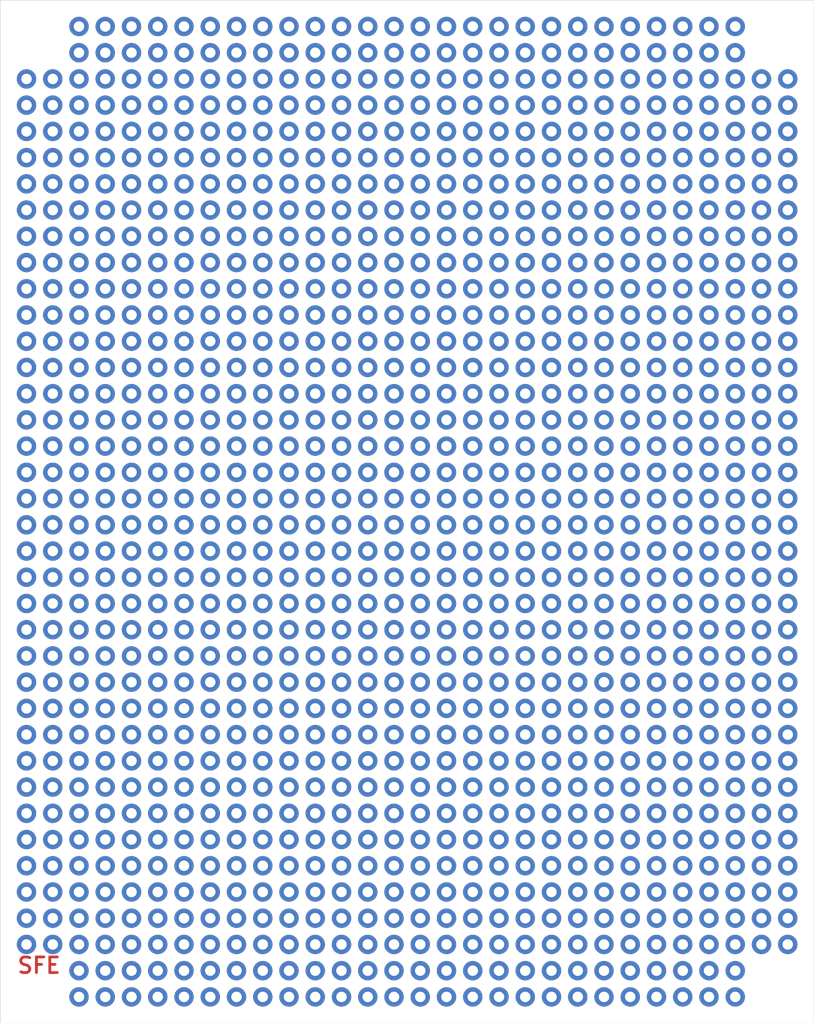
<source format=kicad_pcb>
(kicad_pcb (version 20211014) (generator pcbnew)
  (layers (0 "F.Cu" signal) (1 "In1.Cu" signal) (2 "In2.Cu" signal) (3 "In3.Cu" signal) (4 "In4.Cu" signal) (5 "In5.Cu" signal) (6 "In6.Cu" signal) (7 "In7.Cu" signal) (8 "In8.Cu" signal) (9 "In9.Cu" signal) (10 "In10.Cu" signal) (11 "In11.Cu" signal) (12 "In12.Cu" signal) (13 "In13.Cu" signal) (14 "In14.Cu" signal) (31 "B.Cu" signal) (34 "B.Paste" user) (35 "F.Paste" user) (36 "B.SilkS" user "B.Silkscreen") (37 "F.SilkS" user "F.Silkscreen") (38 "B.Mask" user) (39 "F.Mask" user) (44 "Edge.Cuts" user))
  (net 0 "")
  (net 1 "N$3")
  (net 2 "N$4")
  (net 3 "N$5")
  (net 4 "N$6")
  (net 5 "N$7")
  (net 6 "N$8")
  (net 7 "N$9")
  (net 8 "N$10")
  (net 9 "N$11")
  (net 10 "N$12")
  (net 11 "N$13")
  (net 12 "N$14")
  (net 13 "N$15")
  (net 14 "N$16")
  (net 15 "N$17")
  (net 16 "N$18")
  (net 17 "N$19")
  (net 18 "N$20")
  (net 19 "N$21")
  (net 20 "N$22")
  (net 21 "N$23")
  (net 22 "N$24")
  (net 23 "N$29")
  (net 24 "N$30")
  (net 25 "N$31")
  (net 26 "N$32")
  (net 27 "N$33")
  (net 28 "N$34")
  (net 29 "N$35")
  (net 30 "N$36")
  (net 31 "N$37")
  (net 32 "N$38")
  (net 33 "N$39")
  (net 34 "N$40")
  (net 35 "N$41")
  (net 36 "N$42")
  (net 37 "N$43")
  (net 38 "N$44")
  (net 39 "N$45")
  (net 40 "N$46")
  (net 41 "N$47")
  (net 42 "N$48")
  (net 43 "N$49")
  (net 44 "N$50")
  (net 45 "N$53")
  (net 46 "N$54")
  (net 47 "N$55")
  (net 48 "N$56")
  (net 49 "N$57")
  (net 50 "N$58")
  (net 51 "N$59")
  (net 52 "N$60")
  (net 53 "N$61")
  (net 54 "N$62")
  (net 55 "N$63")
  (net 56 "N$64")
  (net 57 "N$65")
  (net 58 "N$66")
  (net 59 "N$67")
  (net 60 "N$68")
  (net 61 "N$69")
  (net 62 "N$70")
  (net 63 "N$71")
  (net 64 "N$72")
  (net 65 "N$73")
  (net 66 "N$74")
  (net 67 "N$75")
  (net 68 "N$76")
  (net 69 "N$77")
  (net 70 "N$78")
  (net 71 "N$79")
  (net 72 "N$80")
  (net 73 "N$81")
  (net 74 "N$82")
  (net 75 "N$83")
  (net 76 "N$84")
  (net 77 "N$85")
  (net 78 "N$86")
  (net 79 "N$87")
  (net 80 "N$88")
  (net 81 "N$89")
  (net 82 "N$90")
  (net 83 "N$91")
  (net 84 "N$92")
  (net 85 "N$93")
  (net 86 "N$94")
  (net 87 "N$95")
  (net 88 "N$96")
  (net 89 "N$97")
  (net 90 "N$98")
  (net 91 "N$99")
  (net 92 "N$100")
  (net 93 "N$101")
  (net 94 "N$102")
  (net 95 "N$103")
  (net 96 "N$104")
  (net 97 "N$105")
  (net 98 "N$106")
  (net 99 "N$107")
  (net 100 "N$108")
  (net 101 "N$109")
  (net 102 "N$110")
  (net 103 "N$111")
  (net 104 "N$112")
  (net 105 "N$113")
  (net 106 "N$114")
  (net 107 "N$115")
  (net 108 "N$116")
  (net 109 "N$117")
  (net 110 "N$118")
  (net 111 "N$119")
  (net 112 "N$120")
  (net 113 "N$121")
  (net 114 "N$122")
  (net 115 "N$123")
  (net 116 "N$124")
  (net 117 "N$125")
  (net 118 "N$126")
  (net 119 "N$127")
  (net 120 "N$128")
  (net 121 "N$129")
  (net 122 "N$130")
  (net 123 "N$131")
  (net 124 "N$132")
  (net 125 "N$133")
  (net 126 "N$134")
  (net 127 "N$135")
  (net 128 "N$136")
  (net 129 "N$137")
  (net 130 "N$138")
  (net 131 "N$139")
  (net 132 "N$140")
  (net 133 "N$141")
  (net 134 "N$142")
  (net 135 "N$143")
  (net 136 "N$144")
  (net 137 "N$145")
  (net 138 "N$146")
  (net 139 "N$147")
  (net 140 "N$148")
  (net 141 "N$149")
  (net 142 "N$150")
  (net 143 "N$151")
  (net 144 "N$152")
  (net 145 "N$153")
  (net 146 "N$154")
  (net 147 "N$155")
  (net 148 "N$156")
  (net 149 "N$157")
  (net 150 "N$158")
  (net 151 "N$159")
  (net 152 "N$160")
  (net 153 "N$161")
  (net 154 "N$162")
  (net 155 "N$163")
  (net 156 "N$164")
  (net 157 "N$165")
  (net 158 "N$166")
  (net 159 "N$167")
  (net 160 "N$168")
  (net 161 "N$169")
  (net 162 "N$170")
  (net 163 "N$171")
  (net 164 "N$172")
  (net 165 "N$173")
  (net 166 "N$174")
  (net 167 "N$175")
  (net 168 "N$176")
  (net 169 "N$177")
  (net 170 "N$178")
  (net 171 "N$179")
  (net 172 "N$180")
  (net 173 "N$181")
  (net 174 "N$182")
  (net 175 "N$183")
  (net 176 "N$184")
  (net 177 "N$185")
  (net 178 "N$186")
  (net 179 "N$187")
  (net 180 "N$188")
  (net 181 "N$189")
  (net 182 "N$190")
  (net 183 "N$191")
  (net 184 "N$192")
  (net 185 "N$193")
  (net 186 "N$194")
  (net 187 "N$195")
  (net 188 "N$196")
  (net 189 "N$197")
  (net 190 "N$198")
  (net 191 "N$199")
  (net 192 "N$200")
  (net 193 "N$201")
  (net 194 "N$202")
  (net 195 "N$203")
  (net 196 "N$204")
  (net 197 "N$205")
  (net 198 "N$206")
  (net 199 "N$207")
  (net 200 "N$208")
  (net 201 "N$209")
  (net 202 "N$210")
  (net 203 "N$211")
  (net 204 "N$212")
  (net 205 "N$213")
  (net 206 "N$214")
  (net 207 "N$215")
  (net 208 "N$216")
  (net 209 "N$217")
  (net 210 "N$218")
  (net 211 "N$219")
  (net 212 "N$220")
  (net 213 "N$221")
  (net 214 "N$222")
  (net 215 "N$223")
  (net 216 "N$224")
  (net 217 "N$225")
  (net 218 "N$226")
  (net 219 "N$227")
  (net 220 "N$228")
  (net 221 "N$229")
  (net 222 "N$230")
  (net 223 "N$231")
  (net 224 "N$232")
  (net 225 "N$233")
  (net 226 "N$234")
  (net 227 "N$235")
  (net 228 "N$236")
  (net 229 "N$237")
  (net 230 "N$238")
  (net 231 "N$239")
  (net 232 "N$240")
  (net 233 "N$241")
  (net 234 "N$242")
  (net 235 "N$243")
  (net 236 "N$244")
  (net 237 "N$245")
  (net 238 "N$246")
  (net 239 "N$247")
  (net 240 "N$248")
  (net 241 "N$249")
  (net 242 "N$250")
  (net 243 "N$251")
  (net 244 "N$252")
  (net 245 "N$253")
  (net 246 "N$254")
  (net 247 "N$255")
  (net 248 "N$256")
  (net 249 "N$257")
  (net 250 "N$258")
  (net 251 "N$259")
  (net 252 "N$260")
  (net 253 "N$261")
  (net 254 "N$262")
  (net 255 "N$263")
  (net 256 "N$264")
  (net 257 "N$265")
  (net 258 "N$266")
  (net 259 "N$267")
  (net 260 "N$268")
  (net 261 "N$269")
  (net 262 "N$270")
  (net 263 "N$271")
  (net 264 "N$272")
  (net 265 "N$273")
  (net 266 "N$274")
  (net 267 "N$275")
  (net 268 "N$276")
  (net 269 "N$277")
  (net 270 "N$278")
  (net 271 "N$279")
  (net 272 "N$280")
  (net 273 "N$281")
  (net 274 "N$282")
  (net 275 "N$283")
  (net 276 "N$284")
  (net 277 "N$285")
  (net 278 "N$286")
  (net 279 "N$287")
  (net 280 "N$288")
  (net 281 "N$289")
  (net 282 "N$290")
  (net 283 "N$291")
  (net 284 "N$292")
  (net 285 "N$293")
  (net 286 "N$294")
  (net 287 "N$295")
  (net 288 "N$296")
  (net 289 "N$297")
  (net 290 "N$298")
  (net 291 "N$299")
  (net 292 "N$300")
  (net 293 "N$301")
  (net 294 "N$302")
  (net 295 "N$303")
  (net 296 "N$304")
  (net 297 "N$305")
  (net 298 "N$306")
  (net 299 "N$307")
  (net 300 "N$308")
  (net 301 "N$309")
  (net 302 "N$310")
  (net 303 "N$311")
  (net 304 "N$312")
  (net 305 "N$313")
  (net 306 "N$314")
  (net 307 "N$315")
  (net 308 "N$316")
  (net 309 "N$317")
  (net 310 "N$318")
  (net 311 "N$319")
  (net 312 "N$320")
  (net 313 "N$321")
  (net 314 "N$322")
  (net 315 "N$323")
  (net 316 "N$324")
  (net 317 "N$325")
  (net 318 "N$326")
  (net 319 "N$327")
  (net 320 "N$328")
  (net 321 "N$329")
  (net 322 "N$330")
  (net 323 "N$331")
  (net 324 "N$332")
  (net 325 "N$333")
  (net 326 "N$334")
  (net 327 "N$335")
  (net 328 "N$336")
  (net 329 "N$337")
  (net 330 "N$338")
  (net 331 "N$339")
  (net 332 "N$340")
  (net 333 "N$341")
  (net 334 "N$342")
  (net 335 "N$343")
  (net 336 "N$344")
  (net 337 "N$345")
  (net 338 "N$346")
  (net 339 "N$347")
  (net 340 "N$348")
  (net 341 "N$349")
  (net 342 "N$350")
  (net 343 "N$351")
  (net 344 "N$352")
  (net 345 "N$353")
  (net 346 "N$354")
  (net 347 "N$355")
  (net 348 "N$356")
  (net 349 "N$357")
  (net 350 "N$358")
  (net 351 "N$359")
  (net 352 "N$360")
  (net 353 "N$361")
  (net 354 "N$362")
  (net 355 "N$363")
  (net 356 "N$364")
  (net 357 "N$365")
  (net 358 "N$366")
  (net 359 "N$367")
  (net 360 "N$368")
  (net 361 "N$369")
  (net 362 "N$370")
  (net 363 "N$371")
  (net 364 "N$372")
  (net 365 "N$373")
  (net 366 "N$374")
  (net 367 "N$375")
  (net 368 "N$376")
  (net 369 "N$377")
  (net 370 "N$378")
  (net 371 "N$379")
  (net 372 "N$380")
  (net 373 "N$381")
  (net 374 "N$382")
  (net 375 "N$383")
  (net 376 "N$384")
  (net 377 "N$385")
  (net 378 "N$386")
  (net 379 "N$387")
  (net 380 "N$388")
  (net 381 "N$389")
  (net 382 "N$390")
  (net 383 "N$391")
  (net 384 "N$392")
  (net 385 "N$393")
  (net 386 "N$394")
  (net 387 "N$395")
  (net 388 "N$396")
  (net 389 "N$397")
  (net 390 "N$398")
  (net 391 "N$399")
  (net 392 "N$400")
  (net 393 "N$401")
  (net 394 "N$402")
  (net 395 "N$403")
  (net 396 "N$404")
  (net 397 "N$405")
  (net 398 "N$406")
  (net 399 "N$407")
  (net 400 "N$408")
  (net 401 "N$409")
  (net 402 "N$410")
  (net 403 "N$411")
  (net 404 "N$412")
  (net 405 "N$413")
  (net 406 "N$414")
  (net 407 "N$415")
  (net 408 "N$416")
  (net 409 "N$417")
  (net 410 "N$418")
  (net 411 "N$419")
  (net 412 "N$420")
  (net 413 "N$421")
  (net 414 "N$422")
  (net 415 "N$423")
  (net 416 "N$424")
  (net 417 "N$425")
  (net 418 "N$426")
  (net 419 "N$427")
  (net 420 "N$428")
  (net 421 "N$429")
  (net 422 "N$430")
  (net 423 "N$431")
  (net 424 "N$432")
  (net 425 "N$433")
  (net 426 "N$434")
  (net 427 "N$435")
  (net 428 "N$436")
  (net 429 "N$437")
  (net 430 "N$438")
  (net 431 "N$439")
  (net 432 "N$440")
  (net 433 "N$441")
  (net 434 "N$442")
  (net 435 "N$443")
  (net 436 "N$444")
  (net 437 "N$445")
  (net 438 "N$446")
  (net 439 "N$447")
  (net 440 "N$448")
  (net 441 "N$449")
  (net 442 "N$450")
  (net 443 "N$451")
  (net 444 "N$452")
  (net 445 "N$453")
  (net 446 "N$454")
  (net 447 "N$455")
  (net 448 "N$456")
  (net 449 "N$457")
  (net 450 "N$458")
  (net 451 "N$459")
  (net 452 "N$460")
  (net 453 "N$461")
  (net 454 "N$462")
  (net 455 "N$463")
  (net 456 "N$464")
  (net 457 "N$465")
  (net 458 "N$466")
  (net 459 "N$467")
  (net 460 "N$468")
  (net 461 "N$469")
  (net 462 "N$470")
  (net 463 "N$471")
  (net 464 "N$472")
  (net 465 "N$473")
  (net 466 "N$474")
  (net 467 "N$475")
  (net 468 "N$476")
  (net 469 "N$477")
  (net 470 "N$478")
  (net 471 "N$479")
  (net 472 "N$480")
  (net 473 "N$481")
  (net 474 "N$482")
  (net 475 "N$483")
  (net 476 "N$484")
  (net 477 "N$485")
  (net 478 "N$486")
  (net 479 "N$487")
  (net 480 "N$488")
  (net 481 "N$489")
  (net 482 "N$490")
  (net 483 "N$491")
  (net 484 "N$492")
  (net 485 "N$493")
  (net 486 "N$494")
  (net 487 "N$495")
  (net 488 "N$496")
  (net 489 "N$497")
  (net 490 "N$498")
  (net 491 "N$499")
  (net 492 "N$500")
  (net 493 "N$501")
  (net 494 "N$502")
  (net 495 "N$503")
  (net 496 "N$504")
  (net 497 "N$505")
  (net 498 "N$506")
  (net 499 "N$507")
  (net 500 "N$508")
  (net 501 "N$509")
  (net 502 "N$510")
  (net 503 "N$511")
  (net 504 "N$512")
  (net 505 "N$513")
  (net 506 "N$514")
  (net 507 "N$515")
  (net 508 "N$516")
  (net 509 "N$517")
  (net 510 "N$518")
  (net 511 "N$519")
  (net 512 "N$520")
  (net 513 "N$521")
  (net 514 "N$522")
  (net 515 "N$523")
  (net 516 "N$524")
  (net 517 "N$525")
  (net 518 "N$526")
  (net 519 "N$527")
  (net 520 "N$528")
  (net 521 "N$529")
  (net 522 "N$530")
  (net 523 "N$531")
  (net 524 "N$532")
  (net 525 "N$533")
  (net 526 "N$534")
  (net 527 "N$535")
  (net 528 "N$536")
  (net 529 "N$537")
  (net 530 "N$538")
  (net 531 "N$539")
  (net 532 "N$540")
  (net 533 "N$541")
  (net 534 "N$542")
  (net 535 "N$543")
  (net 536 "N$544")
  (net 537 "N$545")
  (net 538 "N$546")
  (net 539 "N$547")
  (net 540 "N$548")
  (net 541 "N$549")
  (net 542 "N$550")
  (net 543 "N$551")
  (net 544 "N$552")
  (net 545 "N$553")
  (net 546 "N$554")
  (net 547 "N$555")
  (net 548 "N$556")
  (net 549 "N$557")
  (net 550 "N$558")
  (net 551 "N$559")
  (net 552 "N$560")
  (net 553 "N$561")
  (net 554 "N$562")
  (net 555 "N$563")
  (net 556 "N$564")
  (net 557 "N$565")
  (net 558 "N$566")
  (net 559 "N$567")
  (net 560 "N$568")
  (net 561 "N$569")
  (net 562 "N$570")
  (net 563 "N$571")
  (net 564 "N$572")
  (net 565 "N$573")
  (net 566 "N$574")
  (net 567 "N$575")
  (net 568 "N$576")
  (net 569 "N$577")
  (net 570 "N$578")
  (net 571 "N$579")
  (net 572 "N$580")
  (net 573 "N$581")
  (net 574 "N$582")
  (net 575 "N$583")
  (net 576 "N$584")
  (net 577 "N$585")
  (net 578 "N$586")
  (net 579 "N$587")
  (net 580 "N$588")
  (net 581 "N$589")
  (net 582 "N$590")
  (net 583 "N$591")
  (net 584 "N$592")
  (net 585 "N$593")
  (net 586 "N$594")
  (net 587 "N$595")
  (net 588 "N$596")
  (net 589 "N$597")
  (net 590 "N$598")
  (net 591 "N$599")
  (net 592 "N$600")
  (net 593 "N$601")
  (net 594 "N$602")
  (net 595 "N$603")
  (net 596 "N$604")
  (net 597 "N$605")
  (net 598 "N$606")
  (net 599 "N$607")
  (net 600 "N$608")
  (net 601 "N$609")
  (net 602 "N$610")
  (net 603 "N$611")
  (net 604 "N$612")
  (net 605 "N$613")
  (net 606 "N$614")
  (net 607 "N$615")
  (net 608 "N$616")
  (net 609 "N$617")
  (net 610 "N$618")
  (net 611 "N$619")
  (net 612 "N$620")
  (net 613 "N$621")
  (net 614 "N$622")
  (net 615 "N$623")
  (net 616 "N$624")
  (net 617 "N$625")
  (net 618 "N$626")
  (net 619 "N$627")
  (net 620 "N$628")
  (net 621 "N$629")
  (net 622 "N$630")
  (net 623 "N$631")
  (net 624 "N$632")
  (net 625 "N$633")
  (net 626 "N$634")
  (net 627 "N$635")
  (net 628 "N$636")
  (net 629 "N$637")
  (net 630 "N$638")
  (net 631 "N$639")
  (net 632 "N$640")
  (net 633 "N$641")
  (net 634 "N$642")
  (net 635 "N$643")
  (net 636 "N$644")
  (net 637 "N$645")
  (net 638 "N$646")
  (net 639 "N$647")
  (net 640 "N$648")
  (net 641 "N$649")
  (net 642 "N$650")
  (net 643 "N$651")
  (net 644 "N$652")
  (net 645 "N$653")
  (net 646 "N$654")
  (net 647 "N$655")
  (net 648 "N$656")
  (net 649 "N$657")
  (net 650 "N$658")
  (net 651 "N$659")
  (net 652 "N$660")
  (net 653 "N$661")
  (net 654 "N$662")
  (net 655 "N$663")
  (net 656 "N$664")
  (net 657 "N$665")
  (net 658 "N$666")
  (net 659 "N$667")
  (net 660 "N$668")
  (net 661 "N$669")
  (net 662 "N$670")
  (net 663 "N$671")
  (net 664 "N$672")
  (net 665 "N$673")
  (net 666 "N$674")
  (net 667 "N$675")
  (net 668 "N$676")
  (net 669 "N$677")
  (net 670 "N$678")
  (net 671 "N$679")
  (net 672 "N$680")
  (net 673 "N$681")
  (net 674 "N$682")
  (net 675 "N$683")
  (net 676 "N$684")
  (net 677 "N$685")
  (net 678 "N$686")
  (net 679 "N$687")
  (net 680 "N$688")
  (net 681 "N$689")
  (net 682 "N$690")
  (net 683 "N$691")
  (net 684 "N$692")
  (net 685 "N$693")
  (net 686 "N$694")
  (net 687 "N$695")
  (net 688 "N$696")
  (net 689 "N$697")
  (net 690 "N$698")
  (net 691 "N$699")
  (net 692 "N$700")
  (net 693 "N$701")
  (net 694 "N$702")
  (net 695 "N$703")
  (net 696 "N$704")
  (net 697 "N$705")
  (net 698 "N$706")
  (net 699 "N$707")
  (net 700 "N$708")
  (net 701 "N$709")
  (net 702 "N$710")
  (net 703 "N$711")
  (net 704 "N$712")
  (net 705 "N$713")
  (net 706 "N$714")
  (net 707 "N$715")
  (net 708 "N$716")
  (net 709 "N$717")
  (net 710 "N$718")
  (net 711 "N$719")
  (net 712 "N$720")
  (net 713 "N$721")
  (net 714 "N$722")
  (net 715 "N$723")
  (net 716 "N$724")
  (net 717 "N$725")
  (net 718 "N$726")
  (net 719 "N$727")
  (net 720 "N$728")
  (net 721 "N$729")
  (net 722 "N$730")
  (net 723 "N$731")
  (net 724 "N$732")
  (net 725 "N$733")
  (net 726 "N$734")
  (net 727 "N$735")
  (net 728 "N$736")
  (net 729 "N$737")
  (net 730 "N$738")
  (net 731 "N$739")
  (net 732 "N$740")
  (net 733 "N$741")
  (net 734 "N$742")
  (net 735 "N$743")
  (net 736 "N$744")
  (net 737 "N$745")
  (net 738 "N$746")
  (net 739 "N$747")
  (net 740 "N$748")
  (net 741 "N$749")
  (net 742 "N$750")
  (net 743 "N$751")
  (net 744 "N$752")
  (net 745 "N$753")
  (net 746 "N$754")
  (net 747 "N$755")
  (net 748 "N$756")
  (net 749 "N$757")
  (net 750 "N$758")
  (net 751 "N$759")
  (net 752 "N$760")
  (net 753 "N$761")
  (net 754 "N$762")
  (net 755 "N$763")
  (net 756 "N$764")
  (net 757 "N$765")
  (net 758 "N$766")
  (net 759 "N$767")
  (net 760 "N$768")
  (net 761 "N$769")
  (net 762 "N$770")
  (net 763 "N$771")
  (net 764 "N$772")
  (net 765 "N$773")
  (net 766 "N$774")
  (net 767 "N$775")
  (net 768 "N$776")
  (net 769 "N$777")
  (net 770 "N$778")
  (net 771 "N$779")
  (net 772 "N$780")
  (net 773 "N$781")
  (net 774 "N$782")
  (net 775 "N$783")
  (net 776 "N$784")
  (net 777 "N$785")
  (net 778 "N$786")
  (net 779 "N$787")
  (net 780 "N$788")
  (net 781 "N$789")
  (net 782 "N$790")
  (net 783 "N$791")
  (net 784 "N$792")
  (net 785 "N$793")
  (net 786 "N$794")
  (net 787 "N$795")
  (net 788 "N$796")
  (net 789 "N$797")
  (net 790 "N$798")
  (net 791 "N$799")
  (net 792 "N$800")
  (net 793 "N$801")
  (net 794 "N$802")
  (net 795 "N$803")
  (net 796 "N$804")
  (net 797 "N$805")
  (net 798 "N$806")
  (net 799 "N$807")
  (net 800 "N$808")
  (net 801 "N$809")
  (net 802 "N$810")
  (net 803 "N$811")
  (net 804 "N$812")
  (net 805 "N$813")
  (net 806 "N$814")
  (net 807 "N$815")
  (net 808 "N$816")
  (net 809 "N$817")
  (net 810 "N$818")
  (net 811 "N$819")
  (net 812 "N$820")
  (net 813 "N$821")
  (net 814 "N$822")
  (net 815 "N$823")
  (net 816 "N$824")
  (net 817 "N$825")
  (net 818 "N$826")
  (net 819 "N$827")
  (net 820 "N$828")
  (net 821 "N$829")
  (net 822 "N$830")
  (net 823 "N$831")
  (net 824 "N$832")
  (net 825 "N$833")
  (net 826 "N$834")
  (net 827 "N$835")
  (net 828 "N$836")
  (net 829 "N$837")
  (net 830 "N$838")
  (net 831 "N$839")
  (net 832 "N$840")
  (net 833 "N$841")
  (net 834 "N$842")
  (net 835 "N$843")
  (net 836 "N$844")
  (net 837 "N$845")
  (net 838 "N$846")
  (net 839 "N$847")
  (net 840 "N$848")
  (net 841 "N$849")
  (net 842 "N$850")
  (net 843 "N$851")
  (net 844 "N$852")
  (net 845 "N$853")
  (net 846 "N$854")
  (net 847 "N$855")
  (net 848 "N$856")
  (net 849 "N$857")
  (net 850 "N$858")
  (net 851 "N$861")
  (net 852 "N$862")
  (net 853 "N$863")
  (net 854 "N$864")
  (net 855 "N$865")
  (net 856 "N$866")
  (net 857 "N$867")
  (net 858 "N$868")
  (net 859 "N$869")
  (net 860 "N$870")
  (net 861 "N$871")
  (net 862 "N$872")
  (net 863 "N$873")
  (net 864 "N$874")
  (net 865 "N$875")
  (net 866 "N$876")
  (net 867 "N$877")
  (net 868 "N$878")
  (net 869 "N$879")
  (net 870 "N$880")
  (net 871 "N$881")
  (net 872 "N$882")
  (net 873 "N$887")
  (net 874 "N$888")
  (net 875 "N$889")
  (net 876 "N$890")
  (net 877 "N$891")
  (net 878 "N$892")
  (net 879 "N$893")
  (net 880 "N$894")
  (net 881 "N$895")
  (net 882 "N$896")
  (net 883 "N$897")
  (net 884 "N$898")
  (net 885 "N$899")
  (net 886 "N$900")
  (net 887 "N$901")
  (net 888 "N$902")
  (net 889 "N$903")
  (net 890 "N$904")
  (net 891 "N$905")
  (net 892 "N$906")
  (net 893 "N$907")
  (net 894 "N$908")
  (net 895 "N$1")
  (net 896 "N$26")
  (net 897 "N$885")
  (net 898 "N$910")
  (net 899 "N$911")
  (net 900 "N$912")
  (net 901 "N$913")
  (net 902 "N$914")
  (net 903 "N$915")
  (net 904 "N$916")
  (net 905 "N$917")
  (net 906 "N$918")
  (net 907 "N$919")
  (net 908 "N$920")
  (net 909 "N$921")
  (net 910 "N$922")
  (net 911 "N$923")
  (net 912 "N$924")
  (net 913 "N$925")
  (net 914 "N$926")
  (net 915 "N$927")
  (net 916 "N$928")
  (net 917 "N$929")
  (net 918 "N$930")
  (net 919 "N$931")
  (net 920 "N$932")
  (net 921 "N$933")
  (net 922 "N$934")
  (net 923 "N$935")
  (net 924 "N$936")
  (net 925 "N$937")
  (net 926 "N$938")
  (net 927 "N$939")
  (net 928 "N$940")
  (net 929 "N$941")
  (net 930 "N$942")
  (net 931 "N$943")
  (net 932 "N$944")
  (net 933 "N$945")
  (net 934 "N$946")
  (net 935 "N$947")
  (net 936 "N$948")
  (net 937 "N$949")
  (net 938 "N$950")
  (net 939 "N$951")
  (net 940 "N$952")
  (net 941 "N$953")
  (net 942 "N$954")
  (net 943 "N$955")
  (net 944 "N$956")
  (net 945 "N$957")
  (net 946 "N$958")
  (net 947 "N$959")
  (net 948 "N$960")
  (net 949 "N$961")
  (net 950 "N$962")
  (net 951 "N$963")
  (net 952 "N$964")
  (net 953 "N$965")
  (net 954 "N$966")
  (net 955 "N$967")
  (net 956 "N$968")
  (net 957 "N$969")
  (net 958 "N$970")
  (net 959 "N$971")
  (net 960 "N$972")
  (net 961 "N$973")
  (net 962 "N$974")
  (net 963 "N$975")
  (net 964 "N$976")
  (net 965 "N$977")
  (net 966 "N$978")
  (net 967 "N$979")
  (net 968 "N$980")
  (net 969 "N$981")
  (net 970 "N$982")
  (net 971 "N$983")
  (net 972 "N$984")
  (net 973 "N$985")
  (net 974 "N$986")
  (net 975 "N$987")
  (net 976 "N$988")
  (net 977 "N$989")
  (net 978 "N$990")
  (net 979 "N$991")
  (net 980 "N$992")
  (net 981 "N$993")
  (net 982 "N$994")
  (net 983 "N$995")
  (net 984 "N$996")
  (net 985 "N$997")
  (net 986 "N$998")
  (net 987 "N$999")
  (net 988 "N$1000")
  (net 989 "N$1001")
  (net 990 "N$1002")
  (net 991 "N$1003")
  (net 992 "N$1004")
  (net 993 "N$1005")
  (net 994 "N$1006")
  (net 995 "N$1007")
  (net 996 "N$1008")
  (net 997 "N$1009")
  (net 998 "N$1010")
  (net 999 "N$1011")
  (net 1000 "N$1012")
  (net 1001 "N$1013")
  (net 1002 "N$1014")
  (net 1003 "N$1015")
  (net 1004 "N$1016")
  (net 1005 "N$1017")
  (net 1006 "N$1018")
  (net 1007 "N$1019")
  (net 1008 "N$1020")
  (net 1009 "N$1021")
  (net 1010 "N$1022")
  (net 1011 "N$1023")
  (net 1012 "N$1024")
  (net 1013 "N$1025")
  (net 1014 "N$1026")
  (net 1015 "N$1027")
  (net 1016 "N$1028")
  (net 1017 "N$1029")
  (net 1018 "N$1030")
  (net 1019 "N$1031")
  (net 1020 "N$1032")
  (net 1021 "N$1033")
  (net 1022 "N$1034")
  (net 1023 "N$1035")
  (net 1024 "N$1036")
  (net 1025 "N$1037")
  (net 1026 "N$1038")
  (net 1027 "N$1039")
  (net 1028 "N$1040")
  (net 1029 "N$1041")
  (net 1030 "N$1042")
  (net 1031 "N$1043")
  (net 1032 "N$1044")
  (net 1033 "N$1045")
  (net 1034 "N$1046")
  (net 1035 "N$1047")
  (net 1036 "N$1048")
  (net 1037 "N$1049")
  (net 1038 "N$1050")
  (net 1039 "N$1051")
  (net 1040 "N$1052")
  (net 1041 "N$1053")
  (net 1042 "N$1054")
  (net 1043 "N$1055")
  (net 1044 "N$1056")
  (net 1045 "N$1057")
  (net 1046 "N$1058")
  (net 1047 "N$1059")
  (net 1048 "N$1060")
  (net 1049 "N$1061")
  (net 1050 "N$1062")
  (net 1051 "N$1063")
  (net 1052 "N$1064")
  (net 1053 "N$1065")
  (net 1054 "N$1066")
  (net 1055 "N$1067")
  (net 1056 "N$1068")
  (net 1057 "N$1069")
  (net 1058 "N$1070")
  (net 1059 "N$1071")
  (net 1060 "N$1072")
  (net 1061 "N$1073")
  (net 1062 "N$1074")
  (net 1063 "N$1075")
  (net 1064 "N$1076")
  (net 1065 "N$1077")
  (net 1066 "N$1078")
  (net 1067 "N$1079")
  (net 1068 "N$1080")
  (net 1069 "N$1081")
  (net 1070 "N$1082")
  (net 1071 "N$1083")
  (net 1072 "N$1084")
  (net 1073 "N$1085")
  (net 1074 "N$1086")
  (net 1075 "N$1087")
  (net 1076 "N$1088")
  (net 1077 "N$1089")
  (net 1078 "N$1090")
  (net 1079 "N$1091")
  (net 1080 "N$1092")
  (net 1081 "N$1093")
  (net 1082 "N$1094")
  (net 1083 "N$1095")
  (net 1084 "N$1096")
  (net 1085 "N$1097")
  (net 1086 "N$1098")
  (net 1087 "N$1099")
  (net 1088 "N$1100")
  (net 1089 "N$1101")
  (net 1090 "N$1102")
  (net 1091 "N$1103")
  (net 1092 "N$1104")
  (net 1093 "N$1105")
  (net 1094 "N$1106")
  (net 1095 "N$1107")
  (net 1096 "N$1108")
  (net 1097 "N$1109")
  (net 1098 "N$1110")
  (net 1099 "N$1111")
  (net 1100 "N$1112")
  (net 1101 "N$1113")
  (net 1102 "N$1114")
  (net 1103 "N$1115")
  (net 1104 "N$1116")
  (net 1105 "N$1117")
  (net 1106 "N$1118")
  (net 1107 "N$1119")
  (net 1108 "N$1120")
  (net 1109 "N$1121")
  (net 1110 "N$1122")
  (net 1111 "N$1123")
  (net 1112 "N$1124")
  (net 1113 "N$1125")
  (net 1114 "N$1126")
  (net 1115 "N$1127")
  (net 1116 "N$1128")
  (net 1117 "N$1129")
  (net 1118 "N$1130")
  (net 1119 "N$1131")
  (net 1120 "N$1132")
  (net 1121 "N$1133")
  (net 1122 "N$1134")
  (net 1123 "N$1135")
  (net 1124 "N$1136")
  (footprint "" (layer "F.Cu") (at 111.6711 58.0136)
    (fp_text reference "@HOLE2" hide)
    (fp_text value "" (at 0 0) (layer "F.SilkS") (effects (font (size 1.27 1.27))))
    (pad "" np_thru_hole circle (at 0 0) (size 3.175 3.175) (drill 3.175) (layers *.Cu *.Mask))
  )
  (footprint "" (layer "F.Cu") (at 185.3311 58.0136)
    (fp_text reference "@HOLE3" hide)
    (fp_text value "" (at 0 0) (layer "F.SilkS") (effects (font (size 1.27 1.27))))
    (pad "" np_thru_hole circle (at 0 0) (size 3.175 3.175) (drill 3.175) (layers *.Cu *.Mask))
  )
  (footprint "" (layer "F.Cu") (at 185.3311 151.9936)
    (fp_text reference "@HOLE1" hide)
    (fp_text value "" (at 0 0) (layer "F.SilkS") (effects (font (size 1.27 1.27))))
    (pad "" np_thru_hole circle (at 0 0) (size 3.175 3.175) (drill 3.175) (layers *.Cu *.Mask))
  )
  (footprint "" (layer "F.Cu") (at 111.6711 151.9936)
    (fp_text reference "@HOLE0" hide)
    (fp_text value "" (at 0 0) (layer "F.SilkS") (effects (font (size 1.27 1.27))))
    (pad "" np_thru_hole circle (at 0 0) (size 3.175 3.175) (drill 3.175) (layers *.Cu *.Mask))
  )
  (gr_line (start 109.1311 55.4736) (end 187.8711 55.4736) (layer "Edge.Cuts") (width 0.05))
  (gr_line (start 187.8711 154.5336) (end 109.1311 154.5336) (layer "Edge.Cuts") (width 0.05))
  (gr_line (start 109.1311 154.5336) (end 109.1311 55.4736) (layer "Edge.Cuts") (width 0.05))
  (gr_line (start 187.8711 55.4736) (end 187.8711 154.5336) (layer "Edge.Cuts") (width 0.05))
  (gr_text "SFE" (at 110.6551 149.8346) (layer "F.Cu") (effects (font (size 1.5113 1.5113) (thickness 0.2667)) (justify left bottom)))
  (via (at 116.7511 58.0136) (size 1.8796) (drill 1.016) (layers "F.Cu" "B.Cu") (net 1))
  (via (at 119.2911 58.0136) (size 1.8796) (drill 1.016) (layers "F.Cu" "B.Cu") (net 2))
  (via (at 121.8311 58.0136) (size 1.8796) (drill 1.016) (layers "F.Cu" "B.Cu") (net 3))
  (via (at 124.3711 58.0136) (size 1.8796) (drill 1.016) (layers "F.Cu" "B.Cu") (net 4))
  (via (at 126.9111 58.0136) (size 1.8796) (drill 1.016) (layers "F.Cu" "B.Cu") (net 5))
  (via (at 129.4511 58.0136) (size 1.8796) (drill 1.016) (layers "F.Cu" "B.Cu") (net 6))
  (via (at 131.9911 58.0136) (size 1.8796) (drill 1.016) (layers "F.Cu" "B.Cu") (net 7))
  (via (at 134.5311 58.0136) (size 1.8796) (drill 1.016) (layers "F.Cu" "B.Cu") (net 8))
  (via (at 137.0711 58.0136) (size 1.8796) (drill 1.016) (layers "F.Cu" "B.Cu") (net 9))
  (via (at 139.6111 58.0136) (size 1.8796) (drill 1.016) (layers "F.Cu" "B.Cu") (net 10))
  (via (at 142.1511 58.0136) (size 1.8796) (drill 1.016) (layers "F.Cu" "B.Cu") (net 11))
  (via (at 144.6911 58.0136) (size 1.8796) (drill 1.016) (layers "F.Cu" "B.Cu") (net 12))
  (via (at 147.2311 58.0136) (size 1.8796) (drill 1.016) (layers "F.Cu" "B.Cu") (net 13))
  (via (at 149.7711 58.0136) (size 1.8796) (drill 1.016) (layers "F.Cu" "B.Cu") (net 14))
  (via (at 152.3111 58.0136) (size 1.8796) (drill 1.016) (layers "F.Cu" "B.Cu") (net 15))
  (via (at 154.8511 58.0136) (size 1.8796) (drill 1.016) (layers "F.Cu" "B.Cu") (net 16))
  (via (at 157.3911 58.0136) (size 1.8796) (drill 1.016) (layers "F.Cu" "B.Cu") (net 17))
  (via (at 159.9311 58.0136) (size 1.8796) (drill 1.016) (layers "F.Cu" "B.Cu") (net 18))
  (via (at 162.4711 58.0136) (size 1.8796) (drill 1.016) (layers "F.Cu" "B.Cu") (net 19))
  (via (at 175.1711 58.0136) (size 1.8796) (drill 1.016) (layers "F.Cu" "B.Cu") (net 20))
  (via (at 177.7111 58.0136) (size 1.8796) (drill 1.016) (layers "F.Cu" "B.Cu") (net 21))
  (via (at 180.2511 58.0136) (size 1.8796) (drill 1.016) (layers "F.Cu" "B.Cu") (net 22))
  (via (at 116.7511 60.5536) (size 1.8796) (drill 1.016) (layers "F.Cu" "B.Cu") (net 23))
  (via (at 119.2911 60.5536) (size 1.8796) (drill 1.016) (layers "F.Cu" "B.Cu") (net 24))
  (via (at 121.8311 60.5536) (size 1.8796) (drill 1.016) (layers "F.Cu" "B.Cu") (net 25))
  (via (at 124.3711 60.5536) (size 1.8796) (drill 1.016) (layers "F.Cu" "B.Cu") (net 26))
  (via (at 126.9111 60.5536) (size 1.8796) (drill 1.016) (layers "F.Cu" "B.Cu") (net 27))
  (via (at 129.4511 60.5536) (size 1.8796) (drill 1.016) (layers "F.Cu" "B.Cu") (net 28))
  (via (at 131.9911 60.5536) (size 1.8796) (drill 1.016) (layers "F.Cu" "B.Cu") (net 29))
  (via (at 134.5311 60.5536) (size 1.8796) (drill 1.016) (layers "F.Cu" "B.Cu") (net 30))
  (via (at 137.0711 60.5536) (size 1.8796) (drill 1.016) (layers "F.Cu" "B.Cu") (net 31))
  (via (at 139.6111 60.5536) (size 1.8796) (drill 1.016) (layers "F.Cu" "B.Cu") (net 32))
  (via (at 142.1511 60.5536) (size 1.8796) (drill 1.016) (layers "F.Cu" "B.Cu") (net 33))
  (via (at 144.6911 60.5536) (size 1.8796) (drill 1.016) (layers "F.Cu" "B.Cu") (net 34))
  (via (at 147.2311 60.5536) (size 1.8796) (drill 1.016) (layers "F.Cu" "B.Cu") (net 35))
  (via (at 149.7711 60.5536) (size 1.8796) (drill 1.016) (layers "F.Cu" "B.Cu") (net 36))
  (via (at 152.3111 60.5536) (size 1.8796) (drill 1.016) (layers "F.Cu" "B.Cu") (net 37))
  (via (at 154.8511 60.5536) (size 1.8796) (drill 1.016) (layers "F.Cu" "B.Cu") (net 38))
  (via (at 157.3911 60.5536) (size 1.8796) (drill 1.016) (layers "F.Cu" "B.Cu") (net 39))
  (via (at 159.9311 60.5536) (size 1.8796) (drill 1.016) (layers "F.Cu" "B.Cu") (net 40))
  (via (at 162.4711 60.5536) (size 1.8796) (drill 1.016) (layers "F.Cu" "B.Cu") (net 41))
  (via (at 175.1711 60.5536) (size 1.8796) (drill 1.016) (layers "F.Cu" "B.Cu") (net 42))
  (via (at 177.7111 60.5536) (size 1.8796) (drill 1.016) (layers "F.Cu" "B.Cu") (net 43))
  (via (at 180.2511 60.5536) (size 1.8796) (drill 1.016) (layers "F.Cu" "B.Cu") (net 44))
  (via (at 111.6711 70.7136) (size 1.8796) (drill 1.016) (layers "F.Cu" "B.Cu") (net 45))
  (via (at 114.2111 70.7136) (size 1.8796) (drill 1.016) (layers "F.Cu" "B.Cu") (net 46))
  (via (at 116.7511 70.7136) (size 1.8796) (drill 1.016) (layers "F.Cu" "B.Cu") (net 47))
  (via (at 119.2911 70.7136) (size 1.8796) (drill 1.016) (layers "F.Cu" "B.Cu") (net 48))
  (via (at 121.8311 70.7136) (size 1.8796) (drill 1.016) (layers "F.Cu" "B.Cu") (net 49))
  (via (at 124.3711 70.7136) (size 1.8796) (drill 1.016) (layers "F.Cu" "B.Cu") (net 50))
  (via (at 126.9111 70.7136) (size 1.8796) (drill 1.016) (layers "F.Cu" "B.Cu") (net 51))
  (via (at 129.4511 70.7136) (size 1.8796) (drill 1.016) (layers "F.Cu" "B.Cu") (net 52))
  (via (at 131.9911 70.7136) (size 1.8796) (drill 1.016) (layers "F.Cu" "B.Cu") (net 53))
  (via (at 134.5311 70.7136) (size 1.8796) (drill 1.016) (layers "F.Cu" "B.Cu") (net 54))
  (via (at 137.0711 70.7136) (size 1.8796) (drill 1.016) (layers "F.Cu" "B.Cu") (net 55))
  (via (at 139.6111 70.7136) (size 1.8796) (drill 1.016) (layers "F.Cu" "B.Cu") (net 56))
  (via (at 142.1511 70.7136) (size 1.8796) (drill 1.016) (layers "F.Cu" "B.Cu") (net 57))
  (via (at 144.6911 70.7136) (size 1.8796) (drill 1.016) (layers "F.Cu" "B.Cu") (net 58))
  (via (at 147.2311 70.7136) (size 1.8796) (drill 1.016) (layers "F.Cu" "B.Cu") (net 59))
  (via (at 149.7711 70.7136) (size 1.8796) (drill 1.016) (layers "F.Cu" "B.Cu") (net 60))
  (via (at 152.3111 70.7136) (size 1.8796) (drill 1.016) (layers "F.Cu" "B.Cu") (net 61))
  (via (at 154.8511 70.7136) (size 1.8796) (drill 1.016) (layers "F.Cu" "B.Cu") (net 62))
  (via (at 157.3911 70.7136) (size 1.8796) (drill 1.016) (layers "F.Cu" "B.Cu") (net 63))
  (via (at 159.9311 70.7136) (size 1.8796) (drill 1.016) (layers "F.Cu" "B.Cu") (net 64))
  (via (at 162.4711 70.7136) (size 1.8796) (drill 1.016) (layers "F.Cu" "B.Cu") (net 65))
  (via (at 175.1711 70.7136) (size 1.8796) (drill 1.016) (layers "F.Cu" "B.Cu") (net 66))
  (via (at 177.7111 70.7136) (size 1.8796) (drill 1.016) (layers "F.Cu" "B.Cu") (net 67))
  (via (at 180.2511 70.7136) (size 1.8796) (drill 1.016) (layers "F.Cu" "B.Cu") (net 68))
  (via (at 182.7911 70.7136) (size 1.8796) (drill 1.016) (layers "F.Cu" "B.Cu") (net 69))
  (via (at 185.3311 70.7136) (size 1.8796) (drill 1.016) (layers "F.Cu" "B.Cu") (net 70))
  (via (at 111.6711 73.2536) (size 1.8796) (drill 1.016) (layers "F.Cu" "B.Cu") (net 71))
  (via (at 114.2111 73.2536) (size 1.8796) (drill 1.016) (layers "F.Cu" "B.Cu") (net 72))
  (via (at 116.7511 73.2536) (size 1.8796) (drill 1.016) (layers "F.Cu" "B.Cu") (net 73))
  (via (at 119.2911 73.2536) (size 1.8796) (drill 1.016) (layers "F.Cu" "B.Cu") (net 74))
  (via (at 121.8311 73.2536) (size 1.8796) (drill 1.016) (layers "F.Cu" "B.Cu") (net 75))
  (via (at 124.3711 73.2536) (size 1.8796) (drill 1.016) (layers "F.Cu" "B.Cu") (net 76))
  (via (at 126.9111 73.2536) (size 1.8796) (drill 1.016) (layers "F.Cu" "B.Cu") (net 77))
  (via (at 129.4511 73.2536) (size 1.8796) (drill 1.016) (layers "F.Cu" "B.Cu") (net 78))
  (via (at 131.9911 73.2536) (size 1.8796) (drill 1.016) (layers "F.Cu" "B.Cu") (net 79))
  (via (at 134.5311 73.2536) (size 1.8796) (drill 1.016) (layers "F.Cu" "B.Cu") (net 80))
  (via (at 137.0711 73.2536) (size 1.8796) (drill 1.016) (layers "F.Cu" "B.Cu") (net 81))
  (via (at 139.6111 73.2536) (size 1.8796) (drill 1.016) (layers "F.Cu" "B.Cu") (net 82))
  (via (at 142.1511 73.2536) (size 1.8796) (drill 1.016) (layers "F.Cu" "B.Cu") (net 83))
  (via (at 144.6911 73.2536) (size 1.8796) (drill 1.016) (layers "F.Cu" "B.Cu") (net 84))
  (via (at 147.2311 73.2536) (size 1.8796) (drill 1.016) (layers "F.Cu" "B.Cu") (net 85))
  (via (at 149.7711 73.2536) (size 1.8796) (drill 1.016) (layers "F.Cu" "B.Cu") (net 86))
  (via (at 152.3111 73.2536) (size 1.8796) (drill 1.016) (layers "F.Cu" "B.Cu") (net 87))
  (via (at 154.8511 73.2536) (size 1.8796) (drill 1.016) (layers "F.Cu" "B.Cu") (net 88))
  (via (at 157.3911 73.2536) (size 1.8796) (drill 1.016) (layers "F.Cu" "B.Cu") (net 89))
  (via (at 159.9311 73.2536) (size 1.8796) (drill 1.016) (layers "F.Cu" "B.Cu") (net 90))
  (via (at 162.4711 73.2536) (size 1.8796) (drill 1.016) (layers "F.Cu" "B.Cu") (net 91))
  (via (at 175.1711 73.2536) (size 1.8796) (drill 1.016) (layers "F.Cu" "B.Cu") (net 92))
  (via (at 177.7111 73.2536) (size 1.8796) (drill 1.016) (layers "F.Cu" "B.Cu") (net 93))
  (via (at 180.2511 73.2536) (size 1.8796) (drill 1.016) (layers "F.Cu" "B.Cu") (net 94))
  (via (at 182.7911 73.2536) (size 1.8796) (drill 1.016) (layers "F.Cu" "B.Cu") (net 95))
  (via (at 185.3311 73.2536) (size 1.8796) (drill 1.016) (layers "F.Cu" "B.Cu") (net 96))
  (via (at 111.6711 75.7936) (size 1.8796) (drill 1.016) (layers "F.Cu" "B.Cu") (net 97))
  (via (at 114.2111 75.7936) (size 1.8796) (drill 1.016) (layers "F.Cu" "B.Cu") (net 98))
  (via (at 116.7511 75.7936) (size 1.8796) (drill 1.016) (layers "F.Cu" "B.Cu") (net 99))
  (via (at 119.2911 75.7936) (size 1.8796) (drill 1.016) (layers "F.Cu" "B.Cu") (net 100))
  (via (at 121.8311 75.7936) (size 1.8796) (drill 1.016) (layers "F.Cu" "B.Cu") (net 101))
  (via (at 124.3711 75.7936) (size 1.8796) (drill 1.016) (layers "F.Cu" "B.Cu") (net 102))
  (via (at 126.9111 75.7936) (size 1.8796) (drill 1.016) (layers "F.Cu" "B.Cu") (net 103))
  (via (at 129.4511 75.7936) (size 1.8796) (drill 1.016) (layers "F.Cu" "B.Cu") (net 104))
  (via (at 131.9911 75.7936) (size 1.8796) (drill 1.016) (layers "F.Cu" "B.Cu") (net 105))
  (via (at 134.5311 75.7936) (size 1.8796) (drill 1.016) (layers "F.Cu" "B.Cu") (net 106))
  (via (at 137.0711 75.7936) (size 1.8796) (drill 1.016) (layers "F.Cu" "B.Cu") (net 107))
  (via (at 139.6111 75.7936) (size 1.8796) (drill 1.016) (layers "F.Cu" "B.Cu") (net 108))
  (via (at 142.1511 75.7936) (size 1.8796) (drill 1.016) (layers "F.Cu" "B.Cu") (net 109))
  (via (at 144.6911 75.7936) (size 1.8796) (drill 1.016) (layers "F.Cu" "B.Cu") (net 110))
  (via (at 147.2311 75.7936) (size 1.8796) (drill 1.016) (layers "F.Cu" "B.Cu") (net 111))
  (via (at 149.7711 75.7936) (size 1.8796) (drill 1.016) (layers "F.Cu" "B.Cu") (net 112))
  (via (at 152.3111 75.7936) (size 1.8796) (drill 1.016) (layers "F.Cu" "B.Cu") (net 113))
  (via (at 154.8511 75.7936) (size 1.8796) (drill 1.016) (layers "F.Cu" "B.Cu") (net 114))
  (via (at 157.3911 75.7936) (size 1.8796) (drill 1.016) (layers "F.Cu" "B.Cu") (net 115))
  (via (at 159.9311 75.7936) (size 1.8796) (drill 1.016) (layers "F.Cu" "B.Cu") (net 116))
  (via (at 162.4711 75.7936) (size 1.8796) (drill 1.016) (layers "F.Cu" "B.Cu") (net 117))
  (via (at 175.1711 75.7936) (size 1.8796) (drill 1.016) (layers "F.Cu" "B.Cu") (net 118))
  (via (at 177.7111 75.7936) (size 1.8796) (drill 1.016) (layers "F.Cu" "B.Cu") (net 119))
  (via (at 180.2511 75.7936) (size 1.8796) (drill 1.016) (layers "F.Cu" "B.Cu") (net 120))
  (via (at 182.7911 75.7936) (size 1.8796) (drill 1.016) (layers "F.Cu" "B.Cu") (net 121))
  (via (at 185.3311 75.7936) (size 1.8796) (drill 1.016) (layers "F.Cu" "B.Cu") (net 122))
  (via (at 111.6711 78.3336) (size 1.8796) (drill 1.016) (layers "F.Cu" "B.Cu") (net 123))
  (via (at 114.2111 78.3336) (size 1.8796) (drill 1.016) (layers "F.Cu" "B.Cu") (net 124))
  (via (at 116.7511 78.3336) (size 1.8796) (drill 1.016) (layers "F.Cu" "B.Cu") (net 125))
  (via (at 119.2911 78.3336) (size 1.8796) (drill 1.016) (layers "F.Cu" "B.Cu") (net 126))
  (via (at 121.8311 78.3336) (size 1.8796) (drill 1.016) (layers "F.Cu" "B.Cu") (net 127))
  (via (at 124.3711 78.3336) (size 1.8796) (drill 1.016) (layers "F.Cu" "B.Cu") (net 128))
  (via (at 126.9111 78.3336) (size 1.8796) (drill 1.016) (layers "F.Cu" "B.Cu") (net 129))
  (via (at 129.4511 78.3336) (size 1.8796) (drill 1.016) (layers "F.Cu" "B.Cu") (net 130))
  (via (at 131.9911 78.3336) (size 1.8796) (drill 1.016) (layers "F.Cu" "B.Cu") (net 131))
  (via (at 134.5311 78.3336) (size 1.8796) (drill 1.016) (layers "F.Cu" "B.Cu") (net 132))
  (via (at 137.0711 78.3336) (size 1.8796) (drill 1.016) (layers "F.Cu" "B.Cu") (net 133))
  (via (at 139.6111 78.3336) (size 1.8796) (drill 1.016) (layers "F.Cu" "B.Cu") (net 134))
  (via (at 142.1511 78.3336) (size 1.8796) (drill 1.016) (layers "F.Cu" "B.Cu") (net 135))
  (via (at 144.6911 78.3336) (size 1.8796) (drill 1.016) (layers "F.Cu" "B.Cu") (net 136))
  (via (at 147.2311 78.3336) (size 1.8796) (drill 1.016) (layers "F.Cu" "B.Cu") (net 137))
  (via (at 149.7711 78.3336) (size 1.8796) (drill 1.016) (layers "F.Cu" "B.Cu") (net 138))
  (via (at 152.3111 78.3336) (size 1.8796) (drill 1.016) (layers "F.Cu" "B.Cu") (net 139))
  (via (at 154.8511 78.3336) (size 1.8796) (drill 1.016) (layers "F.Cu" "B.Cu") (net 140))
  (via (at 157.3911 78.3336) (size 1.8796) (drill 1.016) (layers "F.Cu" "B.Cu") (net 141))
  (via (at 159.9311 78.3336) (size 1.8796) (drill 1.016) (layers "F.Cu" "B.Cu") (net 142))
  (via (at 162.4711 78.3336) (size 1.8796) (drill 1.016) (layers "F.Cu" "B.Cu") (net 143))
  (via (at 175.1711 78.3336) (size 1.8796) (drill 1.016) (layers "F.Cu" "B.Cu") (net 144))
  (via (at 177.7111 78.3336) (size 1.8796) (drill 1.016) (layers "F.Cu" "B.Cu") (net 145))
  (via (at 180.2511 78.3336) (size 1.8796) (drill 1.016) (layers "F.Cu" "B.Cu") (net 146))
  (via (at 182.7911 78.3336) (size 1.8796) (drill 1.016) (layers "F.Cu" "B.Cu") (net 147))
  (via (at 185.3311 78.3336) (size 1.8796) (drill 1.016) (layers "F.Cu" "B.Cu") (net 148))
  (via (at 111.6711 80.8736) (size 1.8796) (drill 1.016) (layers "F.Cu" "B.Cu") (net 149))
  (via (at 114.2111 80.8736) (size 1.8796) (drill 1.016) (layers "F.Cu" "B.Cu") (net 150))
  (via (at 116.7511 80.8736) (size 1.8796) (drill 1.016) (layers "F.Cu" "B.Cu") (net 151))
  (via (at 119.2911 80.8736) (size 1.8796) (drill 1.016) (layers "F.Cu" "B.Cu") (net 152))
  (via (at 121.8311 80.8736) (size 1.8796) (drill 1.016) (layers "F.Cu" "B.Cu") (net 153))
  (via (at 124.3711 80.8736) (size 1.8796) (drill 1.016) (layers "F.Cu" "B.Cu") (net 154))
  (via (at 126.9111 80.8736) (size 1.8796) (drill 1.016) (layers "F.Cu" "B.Cu") (net 155))
  (via (at 129.4511 80.8736) (size 1.8796) (drill 1.016) (layers "F.Cu" "B.Cu") (net 156))
  (via (at 131.9911 80.8736) (size 1.8796) (drill 1.016) (layers "F.Cu" "B.Cu") (net 157))
  (via (at 134.5311 80.8736) (size 1.8796) (drill 1.016) (layers "F.Cu" "B.Cu") (net 158))
  (via (at 137.0711 80.8736) (size 1.8796) (drill 1.016) (layers "F.Cu" "B.Cu") (net 159))
  (via (at 139.6111 80.8736) (size 1.8796) (drill 1.016) (layers "F.Cu" "B.Cu") (net 160))
  (via (at 142.1511 80.8736) (size 1.8796) (drill 1.016) (layers "F.Cu" "B.Cu") (net 161))
  (via (at 144.6911 80.8736) (size 1.8796) (drill 1.016) (layers "F.Cu" "B.Cu") (net 162))
  (via (at 147.2311 80.8736) (size 1.8796) (drill 1.016) (layers "F.Cu" "B.Cu") (net 163))
  (via (at 149.7711 80.8736) (size 1.8796) (drill 1.016) (layers "F.Cu" "B.Cu") (net 164))
  (via (at 152.3111 80.8736) (size 1.8796) (drill 1.016) (layers "F.Cu" "B.Cu") (net 165))
  (via (at 154.8511 80.8736) (size 1.8796) (drill 1.016) (layers "F.Cu" "B.Cu") (net 166))
  (via (at 157.3911 80.8736) (size 1.8796) (drill 1.016) (layers "F.Cu" "B.Cu") (net 167))
  (via (at 159.9311 80.8736) (size 1.8796) (drill 1.016) (layers "F.Cu" "B.Cu") (net 168))
  (via (at 162.4711 80.8736) (size 1.8796) (drill 1.016) (layers "F.Cu" "B.Cu") (net 169))
  (via (at 175.1711 80.8736) (size 1.8796) (drill 1.016) (layers "F.Cu" "B.Cu") (net 170))
  (via (at 177.7111 80.8736) (size 1.8796) (drill 1.016) (layers "F.Cu" "B.Cu") (net 171))
  (via (at 180.2511 80.8736) (size 1.8796) (drill 1.016) (layers "F.Cu" "B.Cu") (net 172))
  (via (at 182.7911 80.8736) (size 1.8796) (drill 1.016) (layers "F.Cu" "B.Cu") (net 173))
  (via (at 185.3311 80.8736) (size 1.8796) (drill 1.016) (layers "F.Cu" "B.Cu") (net 174))
  (via (at 111.6711 83.4136) (size 1.8796) (drill 1.016) (layers "F.Cu" "B.Cu") (net 175))
  (via (at 114.2111 83.4136) (size 1.8796) (drill 1.016) (layers "F.Cu" "B.Cu") (net 176))
  (via (at 116.7511 83.4136) (size 1.8796) (drill 1.016) (layers "F.Cu" "B.Cu") (net 177))
  (via (at 119.2911 83.4136) (size 1.8796) (drill 1.016) (layers "F.Cu" "B.Cu") (net 178))
  (via (at 121.8311 83.4136) (size 1.8796) (drill 1.016) (layers "F.Cu" "B.Cu") (net 179))
  (via (at 124.3711 83.4136) (size 1.8796) (drill 1.016) (layers "F.Cu" "B.Cu") (net 180))
  (via (at 126.9111 83.4136) (size 1.8796) (drill 1.016) (layers "F.Cu" "B.Cu") (net 181))
  (via (at 129.4511 83.4136) (size 1.8796) (drill 1.016) (layers "F.Cu" "B.Cu") (net 182))
  (via (at 131.9911 83.4136) (size 1.8796) (drill 1.016) (layers "F.Cu" "B.Cu") (net 183))
  (via (at 134.5311 83.4136) (size 1.8796) (drill 1.016) (layers "F.Cu" "B.Cu") (net 184))
  (via (at 137.0711 83.4136) (size 1.8796) (drill 1.016) (layers "F.Cu" "B.Cu") (net 185))
  (via (at 139.6111 83.4136) (size 1.8796) (drill 1.016) (layers "F.Cu" "B.Cu") (net 186))
  (via (at 142.1511 83.4136) (size 1.8796) (drill 1.016) (layers "F.Cu" "B.Cu") (net 187))
  (via (at 144.6911 83.4136) (size 1.8796) (drill 1.016) (layers "F.Cu" "B.Cu") (net 188))
  (via (at 147.2311 83.4136) (size 1.8796) (drill 1.016) (layers "F.Cu" "B.Cu") (net 189))
  (via (at 149.7711 83.4136) (size 1.8796) (drill 1.016) (layers "F.Cu" "B.Cu") (net 190))
  (via (at 152.3111 83.4136) (size 1.8796) (drill 1.016) (layers "F.Cu" "B.Cu") (net 191))
  (via (at 154.8511 83.4136) (size 1.8796) (drill 1.016) (layers "F.Cu" "B.Cu") (net 192))
  (via (at 157.3911 83.4136) (size 1.8796) (drill 1.016) (layers "F.Cu" "B.Cu") (net 193))
  (via (at 159.9311 83.4136) (size 1.8796) (drill 1.016) (layers "F.Cu" "B.Cu") (net 194))
  (via (at 162.4711 83.4136) (size 1.8796) (drill 1.016) (layers "F.Cu" "B.Cu") (net 195))
  (via (at 175.1711 83.4136) (size 1.8796) (drill 1.016) (layers "F.Cu" "B.Cu") (net 196))
  (via (at 177.7111 83.4136) (size 1.8796) (drill 1.016) (layers "F.Cu" "B.Cu") (net 197))
  (via (at 180.2511 83.4136) (size 1.8796) (drill 1.016) (layers "F.Cu" "B.Cu") (net 198))
  (via (at 182.7911 83.4136) (size 1.8796) (drill 1.016) (layers "F.Cu" "B.Cu") (net 199))
  (via (at 185.3311 83.4136) (size 1.8796) (drill 1.016) (layers "F.Cu" "B.Cu") (net 200))
  (via (at 111.6711 85.9536) (size 1.8796) (drill 1.016) (layers "F.Cu" "B.Cu") (net 201))
  (via (at 114.2111 85.9536) (size 1.8796) (drill 1.016) (layers "F.Cu" "B.Cu") (net 202))
  (via (at 116.7511 85.9536) (size 1.8796) (drill 1.016) (layers "F.Cu" "B.Cu") (net 203))
  (via (at 119.2911 85.9536) (size 1.8796) (drill 1.016) (layers "F.Cu" "B.Cu") (net 204))
  (via (at 121.8311 85.9536) (size 1.8796) (drill 1.016) (layers "F.Cu" "B.Cu") (net 205))
  (via (at 124.3711 85.9536) (size 1.8796) (drill 1.016) (layers "F.Cu" "B.Cu") (net 206))
  (via (at 126.9111 85.9536) (size 1.8796) (drill 1.016) (layers "F.Cu" "B.Cu") (net 207))
  (via (at 129.4511 85.9536) (size 1.8796) (drill 1.016) (layers "F.Cu" "B.Cu") (net 208))
  (via (at 131.9911 85.9536) (size 1.8796) (drill 1.016) (layers "F.Cu" "B.Cu") (net 209))
  (via (at 134.5311 85.9536) (size 1.8796) (drill 1.016) (layers "F.Cu" "B.Cu") (net 210))
  (via (at 137.0711 85.9536) (size 1.8796) (drill 1.016) (layers "F.Cu" "B.Cu") (net 211))
  (via (at 139.6111 85.9536) (size 1.8796) (drill 1.016) (layers "F.Cu" "B.Cu") (net 212))
  (via (at 142.1511 85.9536) (size 1.8796) (drill 1.016) (layers "F.Cu" "B.Cu") (net 213))
  (via (at 144.6911 85.9536) (size 1.8796) (drill 1.016) (layers "F.Cu" "B.Cu") (net 214))
  (via (at 147.2311 85.9536) (size 1.8796) (drill 1.016) (layers "F.Cu" "B.Cu") (net 215))
  (via (at 149.7711 85.9536) (size 1.8796) (drill 1.016) (layers "F.Cu" "B.Cu") (net 216))
  (via (at 152.3111 85.9536) (size 1.8796) (drill 1.016) (layers "F.Cu" "B.Cu") (net 217))
  (via (at 154.8511 85.9536) (size 1.8796) (drill 1.016) (layers "F.Cu" "B.Cu") (net 218))
  (via (at 157.3911 85.9536) (size 1.8796) (drill 1.016) (layers "F.Cu" "B.Cu") (net 219))
  (via (at 159.9311 85.9536) (size 1.8796) (drill 1.016) (layers "F.Cu" "B.Cu") (net 220))
  (via (at 162.4711 85.9536) (size 1.8796) (drill 1.016) (layers "F.Cu" "B.Cu") (net 221))
  (via (at 175.1711 85.9536) (size 1.8796) (drill 1.016) (layers "F.Cu" "B.Cu") (net 222))
  (via (at 177.7111 85.9536) (size 1.8796) (drill 1.016) (layers "F.Cu" "B.Cu") (net 223))
  (via (at 180.2511 85.9536) (size 1.8796) (drill 1.016) (layers "F.Cu" "B.Cu") (net 224))
  (via (at 182.7911 85.9536) (size 1.8796) (drill 1.016) (layers "F.Cu" "B.Cu") (net 225))
  (via (at 185.3311 85.9536) (size 1.8796) (drill 1.016) (layers "F.Cu" "B.Cu") (net 226))
  (via (at 111.6711 88.4936) (size 1.8796) (drill 1.016) (layers "F.Cu" "B.Cu") (net 227))
  (via (at 114.2111 88.4936) (size 1.8796) (drill 1.016) (layers "F.Cu" "B.Cu") (net 228))
  (via (at 116.7511 88.4936) (size 1.8796) (drill 1.016) (layers "F.Cu" "B.Cu") (net 229))
  (via (at 119.2911 88.4936) (size 1.8796) (drill 1.016) (layers "F.Cu" "B.Cu") (net 230))
  (via (at 121.8311 88.4936) (size 1.8796) (drill 1.016) (layers "F.Cu" "B.Cu") (net 231))
  (via (at 124.3711 88.4936) (size 1.8796) (drill 1.016) (layers "F.Cu" "B.Cu") (net 232))
  (via (at 126.9111 88.4936) (size 1.8796) (drill 1.016) (layers "F.Cu" "B.Cu") (net 233))
  (via (at 129.4511 88.4936) (size 1.8796) (drill 1.016) (layers "F.Cu" "B.Cu") (net 234))
  (via (at 131.9911 88.4936) (size 1.8796) (drill 1.016) (layers "F.Cu" "B.Cu") (net 235))
  (via (at 134.5311 88.4936) (size 1.8796) (drill 1.016) (layers "F.Cu" "B.Cu") (net 236))
  (via (at 137.0711 88.4936) (size 1.8796) (drill 1.016) (layers "F.Cu" "B.Cu") (net 237))
  (via (at 139.6111 88.4936) (size 1.8796) (drill 1.016) (layers "F.Cu" "B.Cu") (net 238))
  (via (at 142.1511 88.4936) (size 1.8796) (drill 1.016) (layers "F.Cu" "B.Cu") (net 239))
  (via (at 144.6911 88.4936) (size 1.8796) (drill 1.016) (layers "F.Cu" "B.Cu") (net 240))
  (via (at 147.2311 88.4936) (size 1.8796) (drill 1.016) (layers "F.Cu" "B.Cu") (net 241))
  (via (at 149.7711 88.4936) (size 1.8796) (drill 1.016) (layers "F.Cu" "B.Cu") (net 242))
  (via (at 152.3111 88.4936) (size 1.8796) (drill 1.016) (layers "F.Cu" "B.Cu") (net 243))
  (via (at 154.8511 88.4936) (size 1.8796) (drill 1.016) (layers "F.Cu" "B.Cu") (net 244))
  (via (at 157.3911 88.4936) (size 1.8796) (drill 1.016) (layers "F.Cu" "B.Cu") (net 245))
  (via (at 159.9311 88.4936) (size 1.8796) (drill 1.016) (layers "F.Cu" "B.Cu") (net 246))
  (via (at 162.4711 88.4936) (size 1.8796) (drill 1.016) (layers "F.Cu" "B.Cu") (net 247))
  (via (at 175.1711 88.4936) (size 1.8796) (drill 1.016) (layers "F.Cu" "B.Cu") (net 248))
  (via (at 177.7111 88.4936) (size 1.8796) (drill 1.016) (layers "F.Cu" "B.Cu") (net 249))
  (via (at 180.2511 88.4936) (size 1.8796) (drill 1.016) (layers "F.Cu" "B.Cu") (net 250))
  (via (at 182.7911 88.4936) (size 1.8796) (drill 1.016) (layers "F.Cu" "B.Cu") (net 251))
  (via (at 185.3311 88.4936) (size 1.8796) (drill 1.016) (layers "F.Cu" "B.Cu") (net 252))
  (via (at 111.6711 91.0336) (size 1.8796) (drill 1.016) (layers "F.Cu" "B.Cu") (net 253))
  (via (at 114.2111 91.0336) (size 1.8796) (drill 1.016) (layers "F.Cu" "B.Cu") (net 254))
  (via (at 116.7511 91.0336) (size 1.8796) (drill 1.016) (layers "F.Cu" "B.Cu") (net 255))
  (via (at 119.2911 91.0336) (size 1.8796) (drill 1.016) (layers "F.Cu" "B.Cu") (net 256))
  (via (at 121.8311 91.0336) (size 1.8796) (drill 1.016) (layers "F.Cu" "B.Cu") (net 257))
  (via (at 124.3711 91.0336) (size 1.8796) (drill 1.016) (layers "F.Cu" "B.Cu") (net 258))
  (via (at 126.9111 91.0336) (size 1.8796) (drill 1.016) (layers "F.Cu" "B.Cu") (net 259))
  (via (at 129.4511 91.0336) (size 1.8796) (drill 1.016) (layers "F.Cu" "B.Cu") (net 260))
  (via (at 131.9911 91.0336) (size 1.8796) (drill 1.016) (layers "F.Cu" "B.Cu") (net 261))
  (via (at 134.5311 91.0336) (size 1.8796) (drill 1.016) (layers "F.Cu" "B.Cu") (net 262))
  (via (at 137.0711 91.0336) (size 1.8796) (drill 1.016) (layers "F.Cu" "B.Cu") (net 263))
  (via (at 139.6111 91.0336) (size 1.8796) (drill 1.016) (layers "F.Cu" "B.Cu") (net 264))
  (via (at 142.1511 91.0336) (size 1.8796) (drill 1.016) (layers "F.Cu" "B.Cu") (net 265))
  (via (at 144.6911 91.0336) (size 1.8796) (drill 1.016) (layers "F.Cu" "B.Cu") (net 266))
  (via (at 147.2311 91.0336) (size 1.8796) (drill 1.016) (layers "F.Cu" "B.Cu") (net 267))
  (via (at 149.7711 91.0336) (size 1.8796) (drill 1.016) (layers "F.Cu" "B.Cu") (net 268))
  (via (at 152.3111 91.0336) (size 1.8796) (drill 1.016) (layers "F.Cu" "B.Cu") (net 269))
  (via (at 154.8511 91.0336) (size 1.8796) (drill 1.016) (layers "F.Cu" "B.Cu") (net 270))
  (via (at 157.3911 91.0336) (size 1.8796) (drill 1.016) (layers "F.Cu" "B.Cu") (net 271))
  (via (at 159.9311 91.0336) (size 1.8796) (drill 1.016) (layers "F.Cu" "B.Cu") (net 272))
  (via (at 162.4711 91.0336) (size 1.8796) (drill 1.016) (layers "F.Cu" "B.Cu") (net 273))
  (via (at 175.1711 91.0336) (size 1.8796) (drill 1.016) (layers "F.Cu" "B.Cu") (net 274))
  (via (at 177.7111 91.0336) (size 1.8796) (drill 1.016) (layers "F.Cu" "B.Cu") (net 275))
  (via (at 180.2511 91.0336) (size 1.8796) (drill 1.016) (layers "F.Cu" "B.Cu") (net 276))
  (via (at 182.7911 91.0336) (size 1.8796) (drill 1.016) (layers "F.Cu" "B.Cu") (net 277))
  (via (at 185.3311 91.0336) (size 1.8796) (drill 1.016) (layers "F.Cu" "B.Cu") (net 278))
  (via (at 111.6711 93.5736) (size 1.8796) (drill 1.016) (layers "F.Cu" "B.Cu") (net 279))
  (via (at 114.2111 93.5736) (size 1.8796) (drill 1.016) (layers "F.Cu" "B.Cu") (net 280))
  (via (at 116.7511 93.5736) (size 1.8796) (drill 1.016) (layers "F.Cu" "B.Cu") (net 281))
  (via (at 119.2911 93.5736) (size 1.8796) (drill 1.016) (layers "F.Cu" "B.Cu") (net 282))
  (via (at 121.8311 93.5736) (size 1.8796) (drill 1.016) (layers "F.Cu" "B.Cu") (net 283))
  (via (at 124.3711 93.5736) (size 1.8796) (drill 1.016) (layers "F.Cu" "B.Cu") (net 284))
  (via (at 126.9111 93.5736) (size 1.8796) (drill 1.016) (layers "F.Cu" "B.Cu") (net 285))
  (via (at 129.4511 93.5736) (size 1.8796) (drill 1.016) (layers "F.Cu" "B.Cu") (net 286))
  (via (at 131.9911 93.5736) (size 1.8796) (drill 1.016) (layers "F.Cu" "B.Cu") (net 287))
  (via (at 134.5311 93.5736) (size 1.8796) (drill 1.016) (layers "F.Cu" "B.Cu") (net 288))
  (via (at 137.0711 93.5736) (size 1.8796) (drill 1.016) (layers "F.Cu" "B.Cu") (net 289))
  (via (at 139.6111 93.5736) (size 1.8796) (drill 1.016) (layers "F.Cu" "B.Cu") (net 290))
  (via (at 142.1511 93.5736) (size 1.8796) (drill 1.016) (layers "F.Cu" "B.Cu") (net 291))
  (via (at 144.6911 93.5736) (size 1.8796) (drill 1.016) (layers "F.Cu" "B.Cu") (net 292))
  (via (at 147.2311 93.5736) (size 1.8796) (drill 1.016) (layers "F.Cu" "B.Cu") (net 293))
  (via (at 149.7711 93.5736) (size 1.8796) (drill 1.016) (layers "F.Cu" "B.Cu") (net 294))
  (via (at 152.3111 93.5736) (size 1.8796) (drill 1.016) (layers "F.Cu" "B.Cu") (net 295))
  (via (at 154.8511 93.5736) (size 1.8796) (drill 1.016) (layers "F.Cu" "B.Cu") (net 296))
  (via (at 157.3911 93.5736) (size 1.8796) (drill 1.016) (layers "F.Cu" "B.Cu") (net 297))
  (via (at 159.9311 93.5736) (size 1.8796) (drill 1.016) (layers "F.Cu" "B.Cu") (net 298))
  (via (at 162.4711 93.5736) (size 1.8796) (drill 1.016) (layers "F.Cu" "B.Cu") (net 299))
  (via (at 175.1711 93.5736) (size 1.8796) (drill 1.016) (layers "F.Cu" "B.Cu") (net 300))
  (via (at 177.7111 93.5736) (size 1.8796) (drill 1.016) (layers "F.Cu" "B.Cu") (net 301))
  (via (at 180.2511 93.5736) (size 1.8796) (drill 1.016) (layers "F.Cu" "B.Cu") (net 302))
  (via (at 182.7911 93.5736) (size 1.8796) (drill 1.016) (layers "F.Cu" "B.Cu") (net 303))
  (via (at 185.3311 93.5736) (size 1.8796) (drill 1.016) (layers "F.Cu" "B.Cu") (net 304))
  (via (at 111.6711 96.1136) (size 1.8796) (drill 1.016) (layers "F.Cu" "B.Cu") (net 305))
  (via (at 114.2111 96.1136) (size 1.8796) (drill 1.016) (layers "F.Cu" "B.Cu") (net 306))
  (via (at 116.7511 96.1136) (size 1.8796) (drill 1.016) (layers "F.Cu" "B.Cu") (net 307))
  (via (at 119.2911 96.1136) (size 1.8796) (drill 1.016) (layers "F.Cu" "B.Cu") (net 308))
  (via (at 121.8311 96.1136) (size 1.8796) (drill 1.016) (layers "F.Cu" "B.Cu") (net 309))
  (via (at 124.3711 96.1136) (size 1.8796) (drill 1.016) (layers "F.Cu" "B.Cu") (net 310))
  (via (at 126.9111 96.1136) (size 1.8796) (drill 1.016) (layers "F.Cu" "B.Cu") (net 311))
  (via (at 129.4511 96.1136) (size 1.8796) (drill 1.016) (layers "F.Cu" "B.Cu") (net 312))
  (via (at 131.9911 96.1136) (size 1.8796) (drill 1.016) (layers "F.Cu" "B.Cu") (net 313))
  (via (at 134.5311 96.1136) (size 1.8796) (drill 1.016) (layers "F.Cu" "B.Cu") (net 314))
  (via (at 137.0711 96.1136) (size 1.8796) (drill 1.016) (layers "F.Cu" "B.Cu") (net 315))
  (via (at 139.6111 96.1136) (size 1.8796) (drill 1.016) (layers "F.Cu" "B.Cu") (net 316))
  (via (at 142.1511 96.1136) (size 1.8796) (drill 1.016) (layers "F.Cu" "B.Cu") (net 317))
  (via (at 144.6911 96.1136) (size 1.8796) (drill 1.016) (layers "F.Cu" "B.Cu") (net 318))
  (via (at 147.2311 96.1136) (size 1.8796) (drill 1.016) (layers "F.Cu" "B.Cu") (net 319))
  (via (at 149.7711 96.1136) (size 1.8796) (drill 1.016) (layers "F.Cu" "B.Cu") (net 320))
  (via (at 152.3111 96.1136) (size 1.8796) (drill 1.016) (layers "F.Cu" "B.Cu") (net 321))
  (via (at 154.8511 96.1136) (size 1.8796) (drill 1.016) (layers "F.Cu" "B.Cu") (net 322))
  (via (at 157.3911 96.1136) (size 1.8796) (drill 1.016) (layers "F.Cu" "B.Cu") (net 323))
  (via (at 159.9311 96.1136) (size 1.8796) (drill 1.016) (layers "F.Cu" "B.Cu") (net 324))
  (via (at 162.4711 96.1136) (size 1.8796) (drill 1.016) (layers "F.Cu" "B.Cu") (net 325))
  (via (at 175.1711 96.1136) (size 1.8796) (drill 1.016) (layers "F.Cu" "B.Cu") (net 326))
  (via (at 177.7111 96.1136) (size 1.8796) (drill 1.016) (layers "F.Cu" "B.Cu") (net 327))
  (via (at 180.2511 96.1136) (size 1.8796) (drill 1.016) (layers "F.Cu" "B.Cu") (net 328))
  (via (at 182.7911 96.1136) (size 1.8796) (drill 1.016) (layers "F.Cu" "B.Cu") (net 329))
  (via (at 185.3311 96.1136) (size 1.8796) (drill 1.016) (layers "F.Cu" "B.Cu") (net 330))
  (via (at 111.6711 98.6536) (size 1.8796) (drill 1.016) (layers "F.Cu" "B.Cu") (net 331))
  (via (at 114.2111 98.6536) (size 1.8796) (drill 1.016) (layers "F.Cu" "B.Cu") (net 332))
  (via (at 116.7511 98.6536) (size 1.8796) (drill 1.016) (layers "F.Cu" "B.Cu") (net 333))
  (via (at 119.2911 98.6536) (size 1.8796) (drill 1.016) (layers "F.Cu" "B.Cu") (net 334))
  (via (at 121.8311 98.6536) (size 1.8796) (drill 1.016) (layers "F.Cu" "B.Cu") (net 335))
  (via (at 124.3711 98.6536) (size 1.8796) (drill 1.016) (layers "F.Cu" "B.Cu") (net 336))
  (via (at 126.9111 98.6536) (size 1.8796) (drill 1.016) (layers "F.Cu" "B.Cu") (net 337))
  (via (at 129.4511 98.6536) (size 1.8796) (drill 1.016) (layers "F.Cu" "B.Cu") (net 338))
  (via (at 131.9911 98.6536) (size 1.8796) (drill 1.016) (layers "F.Cu" "B.Cu") (net 339))
  (via (at 134.5311 98.6536) (size 1.8796) (drill 1.016) (layers "F.Cu" "B.Cu") (net 340))
  (via (at 137.0711 98.6536) (size 1.8796) (drill 1.016) (layers "F.Cu" "B.Cu") (net 341))
  (via (at 139.6111 98.6536) (size 1.8796) (drill 1.016) (layers "F.Cu" "B.Cu") (net 342))
  (via (at 142.1511 98.6536) (size 1.8796) (drill 1.016) (layers "F.Cu" "B.Cu") (net 343))
  (via (at 144.6911 98.6536) (size 1.8796) (drill 1.016) (layers "F.Cu" "B.Cu") (net 344))
  (via (at 147.2311 98.6536) (size 1.8796) (drill 1.016) (layers "F.Cu" "B.Cu") (net 345))
  (via (at 149.7711 98.6536) (size 1.8796) (drill 1.016) (layers "F.Cu" "B.Cu") (net 346))
  (via (at 152.3111 98.6536) (size 1.8796) (drill 1.016) (layers "F.Cu" "B.Cu") (net 347))
  (via (at 154.8511 98.6536) (size 1.8796) (drill 1.016) (layers "F.Cu" "B.Cu") (net 348))
  (via (at 157.3911 98.6536) (size 1.8796) (drill 1.016) (layers "F.Cu" "B.Cu") (net 349))
  (via (at 159.9311 98.6536) (size 1.8796) (drill 1.016) (layers "F.Cu" "B.Cu") (net 350))
  (via (at 162.4711 98.6536) (size 1.8796) (drill 1.016) (layers "F.Cu" "B.Cu") (net 351))
  (via (at 175.1711 98.6536) (size 1.8796) (drill 1.016) (layers "F.Cu" "B.Cu") (net 352))
  (via (at 177.7111 98.6536) (size 1.8796) (drill 1.016) (layers "F.Cu" "B.Cu") (net 353))
  (via (at 180.2511 98.6536) (size 1.8796) (drill 1.016) (layers "F.Cu" "B.Cu") (net 354))
  (via (at 182.7911 98.6536) (size 1.8796) (drill 1.016) (layers "F.Cu" "B.Cu") (net 355))
  (via (at 185.3311 98.6536) (size 1.8796) (drill 1.016) (layers "F.Cu" "B.Cu") (net 356))
  (via (at 111.6711 101.1936) (size 1.8796) (drill 1.016) (layers "F.Cu" "B.Cu") (net 357))
  (via (at 114.2111 101.1936) (size 1.8796) (drill 1.016) (layers "F.Cu" "B.Cu") (net 358))
  (via (at 116.7511 101.1936) (size 1.8796) (drill 1.016) (layers "F.Cu" "B.Cu") (net 359))
  (via (at 119.2911 101.1936) (size 1.8796) (drill 1.016) (layers "F.Cu" "B.Cu") (net 360))
  (via (at 121.8311 101.1936) (size 1.8796) (drill 1.016) (layers "F.Cu" "B.Cu") (net 361))
  (via (at 124.3711 101.1936) (size 1.8796) (drill 1.016) (layers "F.Cu" "B.Cu") (net 362))
  (via (at 126.9111 101.1936) (size 1.8796) (drill 1.016) (layers "F.Cu" "B.Cu") (net 363))
  (via (at 129.4511 101.1936) (size 1.8796) (drill 1.016) (layers "F.Cu" "B.Cu") (net 364))
  (via (at 131.9911 101.1936) (size 1.8796) (drill 1.016) (layers "F.Cu" "B.Cu") (net 365))
  (via (at 134.5311 101.1936) (size 1.8796) (drill 1.016) (layers "F.Cu" "B.Cu") (net 366))
  (via (at 137.0711 101.1936) (size 1.8796) (drill 1.016) (layers "F.Cu" "B.Cu") (net 367))
  (via (at 139.6111 101.1936) (size 1.8796) (drill 1.016) (layers "F.Cu" "B.Cu") (net 368))
  (via (at 142.1511 101.1936) (size 1.8796) (drill 1.016) (layers "F.Cu" "B.Cu") (net 369))
  (via (at 144.6911 101.1936) (size 1.8796) (drill 1.016) (layers "F.Cu" "B.Cu") (net 370))
  (via (at 147.2311 101.1936) (size 1.8796) (drill 1.016) (layers "F.Cu" "B.Cu") (net 371))
  (via (at 149.7711 101.1936) (size 1.8796) (drill 1.016) (layers "F.Cu" "B.Cu") (net 372))
  (via (at 152.3111 101.1936) (size 1.8796) (drill 1.016) (layers "F.Cu" "B.Cu") (net 373))
  (via (at 154.8511 101.1936) (size 1.8796) (drill 1.016) (layers "F.Cu" "B.Cu") (net 374))
  (via (at 157.3911 101.1936) (size 1.8796) (drill 1.016) (layers "F.Cu" "B.Cu") (net 375))
  (via (at 159.9311 101.1936) (size 1.8796) (drill 1.016) (layers "F.Cu" "B.Cu") (net 376))
  (via (at 162.4711 101.1936) (size 1.8796) (drill 1.016) (layers "F.Cu" "B.Cu") (net 377))
  (via (at 175.1711 101.1936) (size 1.8796) (drill 1.016) (layers "F.Cu" "B.Cu") (net 378))
  (via (at 177.7111 101.1936) (size 1.8796) (drill 1.016) (layers "F.Cu" "B.Cu") (net 379))
  (via (at 180.2511 101.1936) (size 1.8796) (drill 1.016) (layers "F.Cu" "B.Cu") (net 380))
  (via (at 182.7911 101.1936) (size 1.8796) (drill 1.016) (layers "F.Cu" "B.Cu") (net 381))
  (via (at 185.3311 101.1936) (size 1.8796) (drill 1.016) (layers "F.Cu" "B.Cu") (net 382))
  (via (at 111.6711 103.7336) (size 1.8796) (drill 1.016) (layers "F.Cu" "B.Cu") (net 383))
  (via (at 114.2111 103.7336) (size 1.8796) (drill 1.016) (layers "F.Cu" "B.Cu") (net 384))
  (via (at 116.7511 103.7336) (size 1.8796) (drill 1.016) (layers "F.Cu" "B.Cu") (net 385))
  (via (at 119.2911 103.7336) (size 1.8796) (drill 1.016) (layers "F.Cu" "B.Cu") (net 386))
  (via (at 121.8311 103.7336) (size 1.8796) (drill 1.016) (layers "F.Cu" "B.Cu") (net 387))
  (via (at 124.3711 103.7336) (size 1.8796) (drill 1.016) (layers "F.Cu" "B.Cu") (net 388))
  (via (at 126.9111 103.7336) (size 1.8796) (drill 1.016) (layers "F.Cu" "B.Cu") (net 389))
  (via (at 129.4511 103.7336) (size 1.8796) (drill 1.016) (layers "F.Cu" "B.Cu") (net 390))
  (via (at 131.9911 103.7336) (size 1.8796) (drill 1.016) (layers "F.Cu" "B.Cu") (net 391))
  (via (at 134.5311 103.7336) (size 1.8796) (drill 1.016) (layers "F.Cu" "B.Cu") (net 392))
  (via (at 137.0711 103.7336) (size 1.8796) (drill 1.016) (layers "F.Cu" "B.Cu") (net 393))
  (via (at 139.6111 103.7336) (size 1.8796) (drill 1.016) (layers "F.Cu" "B.Cu") (net 394))
  (via (at 142.1511 103.7336) (size 1.8796) (drill 1.016) (layers "F.Cu" "B.Cu") (net 395))
  (via (at 144.6911 103.7336) (size 1.8796) (drill 1.016) (layers "F.Cu" "B.Cu") (net 396))
  (via (at 147.2311 103.7336) (size 1.8796) (drill 1.016) (layers "F.Cu" "B.Cu") (net 397))
  (via (at 149.7711 103.7336) (size 1.8796) (drill 1.016) (layers "F.Cu" "B.Cu") (net 398))
  (via (at 152.3111 103.7336) (size 1.8796) (drill 1.016) (layers "F.Cu" "B.Cu") (net 399))
  (via (at 154.8511 103.7336) (size 1.8796) (drill 1.016) (layers "F.Cu" "B.Cu") (net 400))
  (via (at 157.3911 103.7336) (size 1.8796) (drill 1.016) (layers "F.Cu" "B.Cu") (net 401))
  (via (at 159.9311 103.7336) (size 1.8796) (drill 1.016) (layers "F.Cu" "B.Cu") (net 402))
  (via (at 162.4711 103.7336) (size 1.8796) (drill 1.016) (layers "F.Cu" "B.Cu") (net 403))
  (via (at 175.1711 103.7336) (size 1.8796) (drill 1.016) (layers "F.Cu" "B.Cu") (net 404))
  (via (at 177.7111 103.7336) (size 1.8796) (drill 1.016) (layers "F.Cu" "B.Cu") (net 405))
  (via (at 180.2511 103.7336) (size 1.8796) (drill 1.016) (layers "F.Cu" "B.Cu") (net 406))
  (via (at 182.7911 103.7336) (size 1.8796) (drill 1.016) (layers "F.Cu" "B.Cu") (net 407))
  (via (at 185.3311 103.7336) (size 1.8796) (drill 1.016) (layers "F.Cu" "B.Cu") (net 408))
  (via (at 111.6711 106.2736) (size 1.8796) (drill 1.016) (layers "F.Cu" "B.Cu") (net 409))
  (via (at 114.2111 106.2736) (size 1.8796) (drill 1.016) (layers "F.Cu" "B.Cu") (net 410))
  (via (at 116.7511 106.2736) (size 1.8796) (drill 1.016) (layers "F.Cu" "B.Cu") (net 411))
  (via (at 119.2911 106.2736) (size 1.8796) (drill 1.016) (layers "F.Cu" "B.Cu") (net 412))
  (via (at 121.8311 106.2736) (size 1.8796) (drill 1.016) (layers "F.Cu" "B.Cu") (net 413))
  (via (at 124.3711 106.2736) (size 1.8796) (drill 1.016) (layers "F.Cu" "B.Cu") (net 414))
  (via (at 126.9111 106.2736) (size 1.8796) (drill 1.016) (layers "F.Cu" "B.Cu") (net 415))
  (via (at 129.4511 106.2736) (size 1.8796) (drill 1.016) (layers "F.Cu" "B.Cu") (net 416))
  (via (at 131.9911 106.2736) (size 1.8796) (drill 1.016) (layers "F.Cu" "B.Cu") (net 417))
  (via (at 134.5311 106.2736) (size 1.8796) (drill 1.016) (layers "F.Cu" "B.Cu") (net 418))
  (via (at 137.0711 106.2736) (size 1.8796) (drill 1.016) (layers "F.Cu" "B.Cu") (net 419))
  (via (at 139.6111 106.2736) (size 1.8796) (drill 1.016) (layers "F.Cu" "B.Cu") (net 420))
  (via (at 142.1511 106.2736) (size 1.8796) (drill 1.016) (layers "F.Cu" "B.Cu") (net 421))
  (via (at 144.6911 106.2736) (size 1.8796) (drill 1.016) (layers "F.Cu" "B.Cu") (net 422))
  (via (at 147.2311 106.2736) (size 1.8796) (drill 1.016) (layers "F.Cu" "B.Cu") (net 423))
  (via (at 149.7711 106.2736) (size 1.8796) (drill 1.016) (layers "F.Cu" "B.Cu") (net 424))
  (via (at 152.3111 106.2736) (size 1.8796) (drill 1.016) (layers "F.Cu" "B.Cu") (net 425))
  (via (at 154.8511 106.2736) (size 1.8796) (drill 1.016) (layers "F.Cu" "B.Cu") (net 426))
  (via (at 157.3911 106.2736) (size 1.8796) (drill 1.016) (layers "F.Cu" "B.Cu") (net 427))
  (via (at 159.9311 106.2736) (size 1.8796) (drill 1.016) (layers "F.Cu" "B.Cu") (net 428))
  (via (at 162.4711 106.2736) (size 1.8796) (drill 1.016) (layers "F.Cu" "B.Cu") (net 429))
  (via (at 175.1711 106.2736) (size 1.8796) (drill 1.016) (layers "F.Cu" "B.Cu") (net 430))
  (via (at 177.7111 106.2736) (size 1.8796) (drill 1.016) (layers "F.Cu" "B.Cu") (net 431))
  (via (at 180.2511 106.2736) (size 1.8796) (drill 1.016) (layers "F.Cu" "B.Cu") (net 432))
  (via (at 182.7911 106.2736) (size 1.8796) (drill 1.016) (layers "F.Cu" "B.Cu") (net 433))
  (via (at 185.3311 106.2736) (size 1.8796) (drill 1.016) (layers "F.Cu" "B.Cu") (net 434))
  (via (at 111.6711 108.8136) (size 1.8796) (drill 1.016) (layers "F.Cu" "B.Cu") (net 435))
  (via (at 114.2111 108.8136) (size 1.8796) (drill 1.016) (layers "F.Cu" "B.Cu") (net 436))
  (via (at 116.7511 108.8136) (size 1.8796) (drill 1.016) (layers "F.Cu" "B.Cu") (net 437))
  (via (at 119.2911 108.8136) (size 1.8796) (drill 1.016) (layers "F.Cu" "B.Cu") (net 438))
  (via (at 121.8311 108.8136) (size 1.8796) (drill 1.016) (layers "F.Cu" "B.Cu") (net 439))
  (via (at 124.3711 108.8136) (size 1.8796) (drill 1.016) (layers "F.Cu" "B.Cu") (net 440))
  (via (at 126.9111 108.8136) (size 1.8796) (drill 1.016) (layers "F.Cu" "B.Cu") (net 441))
  (via (at 129.4511 108.8136) (size 1.8796) (drill 1.016) (layers "F.Cu" "B.Cu") (net 442))
  (via (at 131.9911 108.8136) (size 1.8796) (drill 1.016) (layers "F.Cu" "B.Cu") (net 443))
  (via (at 134.5311 108.8136) (size 1.8796) (drill 1.016) (layers "F.Cu" "B.Cu") (net 444))
  (via (at 137.0711 108.8136) (size 1.8796) (drill 1.016) (layers "F.Cu" "B.Cu") (net 445))
  (via (at 139.6111 108.8136) (size 1.8796) (drill 1.016) (layers "F.Cu" "B.Cu") (net 446))
  (via (at 142.1511 108.8136) (size 1.8796) (drill 1.016) (layers "F.Cu" "B.Cu") (net 447))
  (via (at 144.6911 108.8136) (size 1.8796) (drill 1.016) (layers "F.Cu" "B.Cu") (net 448))
  (via (at 147.2311 108.8136) (size 1.8796) (drill 1.016) (layers "F.Cu" "B.Cu") (net 449))
  (via (at 149.7711 108.8136) (size 1.8796) (drill 1.016) (layers "F.Cu" "B.Cu") (net 450))
  (via (at 152.3111 108.8136) (size 1.8796) (drill 1.016) (layers "F.Cu" "B.Cu") (net 451))
  (via (at 154.8511 108.8136) (size 1.8796) (drill 1.016) (layers "F.Cu" "B.Cu") (net 452))
  (via (at 157.3911 108.8136) (size 1.8796) (drill 1.016) (layers "F.Cu" "B.Cu") (net 453))
  (via (at 159.9311 108.8136) (size 1.8796) (drill 1.016) (layers "F.Cu" "B.Cu") (net 454))
  (via (at 162.4711 108.8136) (size 1.8796) (drill 1.016) (layers "F.Cu" "B.Cu") (net 455))
  (via (at 175.1711 108.8136) (size 1.8796) (drill 1.016) (layers "F.Cu" "B.Cu") (net 456))
  (via (at 177.7111 108.8136) (size 1.8796) (drill 1.016) (layers "F.Cu" "B.Cu") (net 457))
  (via (at 180.2511 108.8136) (size 1.8796) (drill 1.016) (layers "F.Cu" "B.Cu") (net 458))
  (via (at 182.7911 108.8136) (size 1.8796) (drill 1.016) (layers "F.Cu" "B.Cu") (net 459))
  (via (at 185.3311 108.8136) (size 1.8796) (drill 1.016) (layers "F.Cu" "B.Cu") (net 460))
  (via (at 111.6711 111.3536) (size 1.8796) (drill 1.016) (layers "F.Cu" "B.Cu") (net 461))
  (via (at 114.2111 111.3536) (size 1.8796) (drill 1.016) (layers "F.Cu" "B.Cu") (net 462))
  (via (at 116.7511 111.3536) (size 1.8796) (drill 1.016) (layers "F.Cu" "B.Cu") (net 463))
  (via (at 119.2911 111.3536) (size 1.8796) (drill 1.016) (layers "F.Cu" "B.Cu") (net 464))
  (via (at 121.8311 111.3536) (size 1.8796) (drill 1.016) (layers "F.Cu" "B.Cu") (net 465))
  (via (at 124.3711 111.3536) (size 1.8796) (drill 1.016) (layers "F.Cu" "B.Cu") (net 466))
  (via (at 126.9111 111.3536) (size 1.8796) (drill 1.016) (layers "F.Cu" "B.Cu") (net 467))
  (via (at 129.4511 111.3536) (size 1.8796) (drill 1.016) (layers "F.Cu" "B.Cu") (net 468))
  (via (at 131.9911 111.3536) (size 1.8796) (drill 1.016) (layers "F.Cu" "B.Cu") (net 469))
  (via (at 134.5311 111.3536) (size 1.8796) (drill 1.016) (layers "F.Cu" "B.Cu") (net 470))
  (via (at 137.0711 111.3536) (size 1.8796) (drill 1.016) (layers "F.Cu" "B.Cu") (net 471))
  (via (at 139.6111 111.3536) (size 1.8796) (drill 1.016) (layers "F.Cu" "B.Cu") (net 472))
  (via (at 142.1511 111.3536) (size 1.8796) (drill 1.016) (layers "F.Cu" "B.Cu") (net 473))
  (via (at 144.6911 111.3536) (size 1.8796) (drill 1.016) (layers "F.Cu" "B.Cu") (net 474))
  (via (at 147.2311 111.3536) (size 1.8796) (drill 1.016) (layers "F.Cu" "B.Cu") (net 475))
  (via (at 149.7711 111.3536) (size 1.8796) (drill 1.016) (layers "F.Cu" "B.Cu") (net 476))
  (via (at 152.3111 111.3536) (size 1.8796) (drill 1.016) (layers "F.Cu" "B.Cu") (net 477))
  (via (at 154.8511 111.3536) (size 1.8796) (drill 1.016) (layers "F.Cu" "B.Cu") (net 478))
  (via (at 157.3911 111.3536) (size 1.8796) (drill 1.016) (layers "F.Cu" "B.Cu") (net 479))
  (via (at 159.9311 111.3536) (size 1.8796) (drill 1.016) (layers "F.Cu" "B.Cu") (net 480))
  (via (at 162.4711 111.3536) (size 1.8796) (drill 1.016) (layers "F.Cu" "B.Cu") (net 481))
  (via (at 175.1711 111.3536) (size 1.8796) (drill 1.016) (layers "F.Cu" "B.Cu") (net 482))
  (via (at 177.7111 111.3536) (size 1.8796) (drill 1.016) (layers "F.Cu" "B.Cu") (net 483))
  (via (at 180.2511 111.3536) (size 1.8796) (drill 1.016) (layers "F.Cu" "B.Cu") (net 484))
  (via (at 182.7911 111.3536) (size 1.8796) (drill 1.016) (layers "F.Cu" "B.Cu") (net 485))
  (via (at 185.3311 111.3536) (size 1.8796) (drill 1.016) (layers "F.Cu" "B.Cu") (net 486))
  (via (at 111.6711 113.8936) (size 1.8796) (drill 1.016) (layers "F.Cu" "B.Cu") (net 487))
  (via (at 114.2111 113.8936) (size 1.8796) (drill 1.016) (layers "F.Cu" "B.Cu") (net 488))
  (via (at 116.7511 113.8936) (size 1.8796) (drill 1.016) (layers "F.Cu" "B.Cu") (net 489))
  (via (at 119.2911 113.8936) (size 1.8796) (drill 1.016) (layers "F.Cu" "B.Cu") (net 490))
  (via (at 121.8311 113.8936) (size 1.8796) (drill 1.016) (layers "F.Cu" "B.Cu") (net 491))
  (via (at 124.3711 113.8936) (size 1.8796) (drill 1.016) (layers "F.Cu" "B.Cu") (net 492))
  (via (at 126.9111 113.8936) (size 1.8796) (drill 1.016) (layers "F.Cu" "B.Cu") (net 493))
  (via (at 129.4511 113.8936) (size 1.8796) (drill 1.016) (layers "F.Cu" "B.Cu") (net 494))
  (via (at 131.9911 113.8936) (size 1.8796) (drill 1.016) (layers "F.Cu" "B.Cu") (net 495))
  (via (at 134.5311 113.8936) (size 1.8796) (drill 1.016) (layers "F.Cu" "B.Cu") (net 496))
  (via (at 137.0711 113.8936) (size 1.8796) (drill 1.016) (layers "F.Cu" "B.Cu") (net 497))
  (via (at 139.6111 113.8936) (size 1.8796) (drill 1.016) (layers "F.Cu" "B.Cu") (net 498))
  (via (at 142.1511 113.8936) (size 1.8796) (drill 1.016) (layers "F.Cu" "B.Cu") (net 499))
  (via (at 144.6911 113.8936) (size 1.8796) (drill 1.016) (layers "F.Cu" "B.Cu") (net 500))
  (via (at 147.2311 113.8936) (size 1.8796) (drill 1.016) (layers "F.Cu" "B.Cu") (net 501))
  (via (at 149.7711 113.8936) (size 1.8796) (drill 1.016) (layers "F.Cu" "B.Cu") (net 502))
  (via (at 152.3111 113.8936) (size 1.8796) (drill 1.016) (layers "F.Cu" "B.Cu") (net 503))
  (via (at 154.8511 113.8936) (size 1.8796) (drill 1.016) (layers "F.Cu" "B.Cu") (net 504))
  (via (at 157.3911 113.8936) (size 1.8796) (drill 1.016) (layers "F.Cu" "B.Cu") (net 505))
  (via (at 159.9311 113.8936) (size 1.8796) (drill 1.016) (layers "F.Cu" "B.Cu") (net 506))
  (via (at 162.4711 113.8936) (size 1.8796) (drill 1.016) (layers "F.Cu" "B.Cu") (net 507))
  (via (at 175.1711 113.8936) (size 1.8796) (drill 1.016) (layers "F.Cu" "B.Cu") (net 508))
  (via (at 177.7111 113.8936) (size 1.8796) (drill 1.016) (layers "F.Cu" "B.Cu") (net 509))
  (via (at 180.2511 113.8936) (size 1.8796) (drill 1.016) (layers "F.Cu" "B.Cu") (net 510))
  (via (at 182.7911 113.8936) (size 1.8796) (drill 1.016) (layers "F.Cu" "B.Cu") (net 511))
  (via (at 185.3311 113.8936) (size 1.8796) (drill 1.016) (layers "F.Cu" "B.Cu") (net 512))
  (via (at 111.6711 116.4336) (size 1.8796) (drill 1.016) (layers "F.Cu" "B.Cu") (net 513))
  (via (at 114.2111 116.4336) (size 1.8796) (drill 1.016) (layers "F.Cu" "B.Cu") (net 514))
  (via (at 116.7511 116.4336) (size 1.8796) (drill 1.016) (layers "F.Cu" "B.Cu") (net 515))
  (via (at 119.2911 116.4336) (size 1.8796) (drill 1.016) (layers "F.Cu" "B.Cu") (net 516))
  (via (at 121.8311 116.4336) (size 1.8796) (drill 1.016) (layers "F.Cu" "B.Cu") (net 517))
  (via (at 124.3711 116.4336) (size 1.8796) (drill 1.016) (layers "F.Cu" "B.Cu") (net 518))
  (via (at 126.9111 116.4336) (size 1.8796) (drill 1.016) (layers "F.Cu" "B.Cu") (net 519))
  (via (at 129.4511 116.4336) (size 1.8796) (drill 1.016) (layers "F.Cu" "B.Cu") (net 520))
  (via (at 131.9911 116.4336) (size 1.8796) (drill 1.016) (layers "F.Cu" "B.Cu") (net 521))
  (via (at 134.5311 116.4336) (size 1.8796) (drill 1.016) (layers "F.Cu" "B.Cu") (net 522))
  (via (at 137.0711 116.4336) (size 1.8796) (drill 1.016) (layers "F.Cu" "B.Cu") (net 523))
  (via (at 139.6111 116.4336) (size 1.8796) (drill 1.016) (layers "F.Cu" "B.Cu") (net 524))
  (via (at 142.1511 116.4336) (size 1.8796) (drill 1.016) (layers "F.Cu" "B.Cu") (net 525))
  (via (at 144.6911 116.4336) (size 1.8796) (drill 1.016) (layers "F.Cu" "B.Cu") (net 526))
  (via (at 147.2311 116.4336) (size 1.8796) (drill 1.016) (layers "F.Cu" "B.Cu") (net 527))
  (via (at 149.7711 116.4336) (size 1.8796) (drill 1.016) (layers "F.Cu" "B.Cu") (net 528))
  (via (at 152.3111 116.4336) (size 1.8796) (drill 1.016) (layers "F.Cu" "B.Cu") (net 529))
  (via (at 154.8511 116.4336) (size 1.8796) (drill 1.016) (layers "F.Cu" "B.Cu") (net 530))
  (via (at 157.3911 116.4336) (size 1.8796) (drill 1.016) (layers "F.Cu" "B.Cu") (net 531))
  (via (at 159.9311 116.4336) (size 1.8796) (drill 1.016) (layers "F.Cu" "B.Cu") (net 532))
  (via (at 162.4711 116.4336) (size 1.8796) (drill 1.016) (layers "F.Cu" "B.Cu") (net 533))
  (via (at 175.1711 116.4336) (size 1.8796) (drill 1.016) (layers "F.Cu" "B.Cu") (net 534))
  (via (at 177.7111 116.4336) (size 1.8796) (drill 1.016) (layers "F.Cu" "B.Cu") (net 535))
  (via (at 180.2511 116.4336) (size 1.8796) (drill 1.016) (layers "F.Cu" "B.Cu") (net 536))
  (via (at 182.7911 116.4336) (size 1.8796) (drill 1.016) (layers "F.Cu" "B.Cu") (net 537))
  (via (at 185.3311 116.4336) (size 1.8796) (drill 1.016) (layers "F.Cu" "B.Cu") (net 538))
  (via (at 111.6711 118.9736) (size 1.8796) (drill 1.016) (layers "F.Cu" "B.Cu") (net 539))
  (via (at 114.2111 118.9736) (size 1.8796) (drill 1.016) (layers "F.Cu" "B.Cu") (net 540))
  (via (at 116.7511 118.9736) (size 1.8796) (drill 1.016) (layers "F.Cu" "B.Cu") (net 541))
  (via (at 119.2911 118.9736) (size 1.8796) (drill 1.016) (layers "F.Cu" "B.Cu") (net 542))
  (via (at 121.8311 118.9736) (size 1.8796) (drill 1.016) (layers "F.Cu" "B.Cu") (net 543))
  (via (at 124.3711 118.9736) (size 1.8796) (drill 1.016) (layers "F.Cu" "B.Cu") (net 544))
  (via (at 126.9111 118.9736) (size 1.8796) (drill 1.016) (layers "F.Cu" "B.Cu") (net 545))
  (via (at 129.4511 118.9736) (size 1.8796) (drill 1.016) (layers "F.Cu" "B.Cu") (net 546))
  (via (at 131.9911 118.9736) (size 1.8796) (drill 1.016) (layers "F.Cu" "B.Cu") (net 547))
  (via (at 134.5311 118.9736) (size 1.8796) (drill 1.016) (layers "F.Cu" "B.Cu") (net 548))
  (via (at 137.0711 118.9736) (size 1.8796) (drill 1.016) (layers "F.Cu" "B.Cu") (net 549))
  (via (at 139.6111 118.9736) (size 1.8796) (drill 1.016) (layers "F.Cu" "B.Cu") (net 550))
  (via (at 142.1511 118.9736) (size 1.8796) (drill 1.016) (layers "F.Cu" "B.Cu") (net 551))
  (via (at 144.6911 118.9736) (size 1.8796) (drill 1.016) (layers "F.Cu" "B.Cu") (net 552))
  (via (at 147.2311 118.9736) (size 1.8796) (drill 1.016) (layers "F.Cu" "B.Cu") (net 553))
  (via (at 149.7711 118.9736) (size 1.8796) (drill 1.016) (layers "F.Cu" "B.Cu") (net 554))
  (via (at 152.3111 118.9736) (size 1.8796) (drill 1.016) (layers "F.Cu" "B.Cu") (net 555))
  (via (at 154.8511 118.9736) (size 1.8796) (drill 1.016) (layers "F.Cu" "B.Cu") (net 556))
  (via (at 157.3911 118.9736) (size 1.8796) (drill 1.016) (layers "F.Cu" "B.Cu") (net 557))
  (via (at 159.9311 118.9736) (size 1.8796) (drill 1.016) (layers "F.Cu" "B.Cu") (net 558))
  (via (at 162.4711 118.9736) (size 1.8796) (drill 1.016) (layers "F.Cu" "B.Cu") (net 559))
  (via (at 175.1711 118.9736) (size 1.8796) (drill 1.016) (layers "F.Cu" "B.Cu") (net 560))
  (via (at 177.7111 118.9736) (size 1.8796) (drill 1.016) (layers "F.Cu" "B.Cu") (net 561))
  (via (at 180.2511 118.9736) (size 1.8796) (drill 1.016) (layers "F.Cu" "B.Cu") (net 562))
  (via (at 182.7911 118.9736) (size 1.8796) (drill 1.016) (layers "F.Cu" "B.Cu") (net 563))
  (via (at 185.3311 118.9736) (size 1.8796) (drill 1.016) (layers "F.Cu" "B.Cu") (net 564))
  (via (at 111.6711 121.5136) (size 1.8796) (drill 1.016) (layers "F.Cu" "B.Cu") (net 565))
  (via (at 114.2111 121.5136) (size 1.8796) (drill 1.016) (layers "F.Cu" "B.Cu") (net 566))
  (via (at 116.7511 121.5136) (size 1.8796) (drill 1.016) (layers "F.Cu" "B.Cu") (net 567))
  (via (at 119.2911 121.5136) (size 1.8796) (drill 1.016) (layers "F.Cu" "B.Cu") (net 568))
  (via (at 121.8311 121.5136) (size 1.8796) (drill 1.016) (layers "F.Cu" "B.Cu") (net 569))
  (via (at 124.3711 121.5136) (size 1.8796) (drill 1.016) (layers "F.Cu" "B.Cu") (net 570))
  (via (at 126.9111 121.5136) (size 1.8796) (drill 1.016) (layers "F.Cu" "B.Cu") (net 571))
  (via (at 129.4511 121.5136) (size 1.8796) (drill 1.016) (layers "F.Cu" "B.Cu") (net 572))
  (via (at 131.9911 121.5136) (size 1.8796) (drill 1.016) (layers "F.Cu" "B.Cu") (net 573))
  (via (at 134.5311 121.5136) (size 1.8796) (drill 1.016) (layers "F.Cu" "B.Cu") (net 574))
  (via (at 137.0711 121.5136) (size 1.8796) (drill 1.016) (layers "F.Cu" "B.Cu") (net 575))
  (via (at 139.6111 121.5136) (size 1.8796) (drill 1.016) (layers "F.Cu" "B.Cu") (net 576))
  (via (at 142.1511 121.5136) (size 1.8796) (drill 1.016) (layers "F.Cu" "B.Cu") (net 577))
  (via (at 144.6911 121.5136) (size 1.8796) (drill 1.016) (layers "F.Cu" "B.Cu") (net 578))
  (via (at 147.2311 121.5136) (size 1.8796) (drill 1.016) (layers "F.Cu" "B.Cu") (net 579))
  (via (at 149.7711 121.5136) (size 1.8796) (drill 1.016) (layers "F.Cu" "B.Cu") (net 580))
  (via (at 152.3111 121.5136) (size 1.8796) (drill 1.016) (layers "F.Cu" "B.Cu") (net 581))
  (via (at 154.8511 121.5136) (size 1.8796) (drill 1.016) (layers "F.Cu" "B.Cu") (net 582))
  (via (at 157.3911 121.5136) (size 1.8796) (drill 1.016) (layers "F.Cu" "B.Cu") (net 583))
  (via (at 159.9311 121.5136) (size 1.8796) (drill 1.016) (layers "F.Cu" "B.Cu") (net 584))
  (via (at 162.4711 121.5136) (size 1.8796) (drill 1.016) (layers "F.Cu" "B.Cu") (net 585))
  (via (at 175.1711 121.5136) (size 1.8796) (drill 1.016) (layers "F.Cu" "B.Cu") (net 586))
  (via (at 177.7111 121.5136) (size 1.8796) (drill 1.016) (layers "F.Cu" "B.Cu") (net 587))
  (via (at 180.2511 121.5136) (size 1.8796) (drill 1.016) (layers "F.Cu" "B.Cu") (net 588))
  (via (at 182.7911 121.5136) (size 1.8796) (drill 1.016) (layers "F.Cu" "B.Cu") (net 589))
  (via (at 185.3311 121.5136) (size 1.8796) (drill 1.016) (layers "F.Cu" "B.Cu") (net 590))
  (via (at 111.6711 124.0536) (size 1.8796) (drill 1.016) (layers "F.Cu" "B.Cu") (net 591))
  (via (at 114.2111 124.0536) (size 1.8796) (drill 1.016) (layers "F.Cu" "B.Cu") (net 592))
  (via (at 116.7511 124.0536) (size 1.8796) (drill 1.016) (layers "F.Cu" "B.Cu") (net 593))
  (via (at 119.2911 124.0536) (size 1.8796) (drill 1.016) (layers "F.Cu" "B.Cu") (net 594))
  (via (at 121.8311 124.0536) (size 1.8796) (drill 1.016) (layers "F.Cu" "B.Cu") (net 595))
  (via (at 124.3711 124.0536) (size 1.8796) (drill 1.016) (layers "F.Cu" "B.Cu") (net 596))
  (via (at 126.9111 124.0536) (size 1.8796) (drill 1.016) (layers "F.Cu" "B.Cu") (net 597))
  (via (at 129.4511 124.0536) (size 1.8796) (drill 1.016) (layers "F.Cu" "B.Cu") (net 598))
  (via (at 131.9911 124.0536) (size 1.8796) (drill 1.016) (layers "F.Cu" "B.Cu") (net 599))
  (via (at 134.5311 124.0536) (size 1.8796) (drill 1.016) (layers "F.Cu" "B.Cu") (net 600))
  (via (at 137.0711 124.0536) (size 1.8796) (drill 1.016) (layers "F.Cu" "B.Cu") (net 601))
  (via (at 139.6111 124.0536) (size 1.8796) (drill 1.016) (layers "F.Cu" "B.Cu") (net 602))
  (via (at 142.1511 124.0536) (size 1.8796) (drill 1.016) (layers "F.Cu" "B.Cu") (net 603))
  (via (at 144.6911 124.0536) (size 1.8796) (drill 1.016) (layers "F.Cu" "B.Cu") (net 604))
  (via (at 147.2311 124.0536) (size 1.8796) (drill 1.016) (layers "F.Cu" "B.Cu") (net 605))
  (via (at 149.7711 124.0536) (size 1.8796) (drill 1.016) (layers "F.Cu" "B.Cu") (net 606))
  (via (at 152.3111 124.0536) (size 1.8796) (drill 1.016) (layers "F.Cu" "B.Cu") (net 607))
  (via (at 154.8511 124.0536) (size 1.8796) (drill 1.016) (layers "F.Cu" "B.Cu") (net 608))
  (via (at 157.3911 124.0536) (size 1.8796) (drill 1.016) (layers "F.Cu" "B.Cu") (net 609))
  (via (at 159.9311 124.0536) (size 1.8796) (drill 1.016) (layers "F.Cu" "B.Cu") (net 610))
  (via (at 162.4711 124.0536) (size 1.8796) (drill 1.016) (layers "F.Cu" "B.Cu") (net 611))
  (via (at 175.1711 124.0536) (size 1.8796) (drill 1.016) (layers "F.Cu" "B.Cu") (net 612))
  (via (at 177.7111 124.0536) (size 1.8796) (drill 1.016) (layers "F.Cu" "B.Cu") (net 613))
  (via (at 180.2511 124.0536) (size 1.8796) (drill 1.016) (layers "F.Cu" "B.Cu") (net 614))
  (via (at 182.7911 124.0536) (size 1.8796) (drill 1.016) (layers "F.Cu" "B.Cu") (net 615))
  (via (at 185.3311 124.0536) (size 1.8796) (drill 1.016) (layers "F.Cu" "B.Cu") (net 616))
  (via (at 111.6711 126.5936) (size 1.8796) (drill 1.016) (layers "F.Cu" "B.Cu") (net 617))
  (via (at 114.2111 126.5936) (size 1.8796) (drill 1.016) (layers "F.Cu" "B.Cu") (net 618))
  (via (at 116.7511 126.5936) (size 1.8796) (drill 1.016) (layers "F.Cu" "B.Cu") (net 619))
  (via (at 119.2911 126.5936) (size 1.8796) (drill 1.016) (layers "F.Cu" "B.Cu") (net 620))
  (via (at 121.8311 126.5936) (size 1.8796) (drill 1.016) (layers "F.Cu" "B.Cu") (net 621))
  (via (at 124.3711 126.5936) (size 1.8796) (drill 1.016) (layers "F.Cu" "B.Cu") (net 622))
  (via (at 126.9111 126.5936) (size 1.8796) (drill 1.016) (layers "F.Cu" "B.Cu") (net 623))
  (via (at 129.4511 126.5936) (size 1.8796) (drill 1.016) (layers "F.Cu" "B.Cu") (net 624))
  (via (at 131.9911 126.5936) (size 1.8796) (drill 1.016) (layers "F.Cu" "B.Cu") (net 625))
  (via (at 134.5311 126.5936) (size 1.8796) (drill 1.016) (layers "F.Cu" "B.Cu") (net 626))
  (via (at 137.0711 126.5936) (size 1.8796) (drill 1.016) (layers "F.Cu" "B.Cu") (net 627))
  (via (at 139.6111 126.5936) (size 1.8796) (drill 1.016) (layers "F.Cu" "B.Cu") (net 628))
  (via (at 142.1511 126.5936) (size 1.8796) (drill 1.016) (layers "F.Cu" "B.Cu") (net 629))
  (via (at 144.6911 126.5936) (size 1.8796) (drill 1.016) (layers "F.Cu" "B.Cu") (net 630))
  (via (at 147.2311 126.5936) (size 1.8796) (drill 1.016) (layers "F.Cu" "B.Cu") (net 631))
  (via (at 149.7711 126.5936) (size 1.8796) (drill 1.016) (layers "F.Cu" "B.Cu") (net 632))
  (via (at 152.3111 126.5936) (size 1.8796) (drill 1.016) (layers "F.Cu" "B.Cu") (net 633))
  (via (at 154.8511 126.5936) (size 1.8796) (drill 1.016) (layers "F.Cu" "B.Cu") (net 634))
  (via (at 157.3911 126.5936) (size 1.8796) (drill 1.016) (layers "F.Cu" "B.Cu") (net 635))
  (via (at 159.9311 126.5936) (size 1.8796) (drill 1.016) (layers "F.Cu" "B.Cu") (net 636))
  (via (at 162.4711 126.5936) (size 1.8796) (drill 1.016) (layers "F.Cu" "B.Cu") (net 637))
  (via (at 175.1711 126.5936) (size 1.8796) (drill 1.016) (layers "F.Cu" "B.Cu") (net 638))
  (via (at 177.7111 126.5936) (size 1.8796) (drill 1.016) (layers "F.Cu" "B.Cu") (net 639))
  (via (at 180.2511 126.5936) (size 1.8796) (drill 1.016) (layers "F.Cu" "B.Cu") (net 640))
  (via (at 182.7911 126.5936) (size 1.8796) (drill 1.016) (layers "F.Cu" "B.Cu") (net 641))
  (via (at 185.3311 126.5936) (size 1.8796) (drill 1.016) (layers "F.Cu" "B.Cu") (net 642))
  (via (at 111.6711 129.1336) (size 1.8796) (drill 1.016) (layers "F.Cu" "B.Cu") (net 643))
  (via (at 114.2111 129.1336) (size 1.8796) (drill 1.016) (layers "F.Cu" "B.Cu") (net 644))
  (via (at 116.7511 129.1336) (size 1.8796) (drill 1.016) (layers "F.Cu" "B.Cu") (net 645))
  (via (at 119.2911 129.1336) (size 1.8796) (drill 1.016) (layers "F.Cu" "B.Cu") (net 646))
  (via (at 121.8311 129.1336) (size 1.8796) (drill 1.016) (layers "F.Cu" "B.Cu") (net 647))
  (via (at 124.3711 129.1336) (size 1.8796) (drill 1.016) (layers "F.Cu" "B.Cu") (net 648))
  (via (at 126.9111 129.1336) (size 1.8796) (drill 1.016) (layers "F.Cu" "B.Cu") (net 649))
  (via (at 129.4511 129.1336) (size 1.8796) (drill 1.016) (layers "F.Cu" "B.Cu") (net 650))
  (via (at 131.9911 129.1336) (size 1.8796) (drill 1.016) (layers "F.Cu" "B.Cu") (net 651))
  (via (at 134.5311 129.1336) (size 1.8796) (drill 1.016) (layers "F.Cu" "B.Cu") (net 652))
  (via (at 137.0711 129.1336) (size 1.8796) (drill 1.016) (layers "F.Cu" "B.Cu") (net 653))
  (via (at 139.6111 129.1336) (size 1.8796) (drill 1.016) (layers "F.Cu" "B.Cu") (net 654))
  (via (at 142.1511 129.1336) (size 1.8796) (drill 1.016) (layers "F.Cu" "B.Cu") (net 655))
  (via (at 144.6911 129.1336) (size 1.8796) (drill 1.016) (layers "F.Cu" "B.Cu") (net 656))
  (via (at 147.2311 129.1336) (size 1.8796) (drill 1.016) (layers "F.Cu" "B.Cu") (net 657))
  (via (at 149.7711 129.1336) (size 1.8796) (drill 1.016) (layers "F.Cu" "B.Cu") (net 658))
  (via (at 152.3111 129.1336) (size 1.8796) (drill 1.016) (layers "F.Cu" "B.Cu") (net 659))
  (via (at 154.8511 129.1336) (size 1.8796) (drill 1.016) (layers "F.Cu" "B.Cu") (net 660))
  (via (at 157.3911 129.1336) (size 1.8796) (drill 1.016) (layers "F.Cu" "B.Cu") (net 661))
  (via (at 159.9311 129.1336) (size 1.8796) (drill 1.016) (layers "F.Cu" "B.Cu") (net 662))
  (via (at 162.4711 129.1336) (size 1.8796) (drill 1.016) (layers "F.Cu" "B.Cu") (net 663))
  (via (at 175.1711 129.1336) (size 1.8796) (drill 1.016) (layers "F.Cu" "B.Cu") (net 664))
  (via (at 177.7111 129.1336) (size 1.8796) (drill 1.016) (layers "F.Cu" "B.Cu") (net 665))
  (via (at 180.2511 129.1336) (size 1.8796) (drill 1.016) (layers "F.Cu" "B.Cu") (net 666))
  (via (at 182.7911 129.1336) (size 1.8796) (drill 1.016) (layers "F.Cu" "B.Cu") (net 667))
  (via (at 185.3311 129.1336) (size 1.8796) (drill 1.016) (layers "F.Cu" "B.Cu") (net 668))
  (via (at 111.6711 131.6736) (size 1.8796) (drill 1.016) (layers "F.Cu" "B.Cu") (net 669))
  (via (at 114.2111 131.6736) (size 1.8796) (drill 1.016) (layers "F.Cu" "B.Cu") (net 670))
  (via (at 116.7511 131.6736) (size 1.8796) (drill 1.016) (layers "F.Cu" "B.Cu") (net 671))
  (via (at 119.2911 131.6736) (size 1.8796) (drill 1.016) (layers "F.Cu" "B.Cu") (net 672))
  (via (at 121.8311 131.6736) (size 1.8796) (drill 1.016) (layers "F.Cu" "B.Cu") (net 673))
  (via (at 124.3711 131.6736) (size 1.8796) (drill 1.016) (layers "F.Cu" "B.Cu") (net 674))
  (via (at 126.9111 131.6736) (size 1.8796) (drill 1.016) (layers "F.Cu" "B.Cu") (net 675))
  (via (at 129.4511 131.6736) (size 1.8796) (drill 1.016) (layers "F.Cu" "B.Cu") (net 676))
  (via (at 131.9911 131.6736) (size 1.8796) (drill 1.016) (layers "F.Cu" "B.Cu") (net 677))
  (via (at 134.5311 131.6736) (size 1.8796) (drill 1.016) (layers "F.Cu" "B.Cu") (net 678))
  (via (at 137.0711 131.6736) (size 1.8796) (drill 1.016) (layers "F.Cu" "B.Cu") (net 679))
  (via (at 139.6111 131.6736) (size 1.8796) (drill 1.016) (layers "F.Cu" "B.Cu") (net 680))
  (via (at 142.1511 131.6736) (size 1.8796) (drill 1.016) (layers "F.Cu" "B.Cu") (net 681))
  (via (at 144.6911 131.6736) (size 1.8796) (drill 1.016) (layers "F.Cu" "B.Cu") (net 682))
  (via (at 147.2311 131.6736) (size 1.8796) (drill 1.016) (layers "F.Cu" "B.Cu") (net 683))
  (via (at 149.7711 131.6736) (size 1.8796) (drill 1.016) (layers "F.Cu" "B.Cu") (net 684))
  (via (at 152.3111 131.6736) (size 1.8796) (drill 1.016) (layers "F.Cu" "B.Cu") (net 685))
  (via (at 154.8511 131.6736) (size 1.8796) (drill 1.016) (layers "F.Cu" "B.Cu") (net 686))
  (via (at 157.3911 131.6736) (size 1.8796) (drill 1.016) (layers "F.Cu" "B.Cu") (net 687))
  (via (at 159.9311 131.6736) (size 1.8796) (drill 1.016) (layers "F.Cu" "B.Cu") (net 688))
  (via (at 162.4711 131.6736) (size 1.8796) (drill 1.016) (layers "F.Cu" "B.Cu") (net 689))
  (via (at 175.1711 131.6736) (size 1.8796) (drill 1.016) (layers "F.Cu" "B.Cu") (net 690))
  (via (at 177.7111 131.6736) (size 1.8796) (drill 1.016) (layers "F.Cu" "B.Cu") (net 691))
  (via (at 180.2511 131.6736) (size 1.8796) (drill 1.016) (layers "F.Cu" "B.Cu") (net 692))
  (via (at 182.7911 131.6736) (size 1.8796) (drill 1.016) (layers "F.Cu" "B.Cu") (net 693))
  (via (at 185.3311 131.6736) (size 1.8796) (drill 1.016) (layers "F.Cu" "B.Cu") (net 694))
  (via (at 111.6711 134.2136) (size 1.8796) (drill 1.016) (layers "F.Cu" "B.Cu") (net 695))
  (via (at 114.2111 134.2136) (size 1.8796) (drill 1.016) (layers "F.Cu" "B.Cu") (net 696))
  (via (at 116.7511 134.2136) (size 1.8796) (drill 1.016) (layers "F.Cu" "B.Cu") (net 697))
  (via (at 119.2911 134.2136) (size 1.8796) (drill 1.016) (layers "F.Cu" "B.Cu") (net 698))
  (via (at 121.8311 134.2136) (size 1.8796) (drill 1.016) (layers "F.Cu" "B.Cu") (net 699))
  (via (at 124.3711 134.2136) (size 1.8796) (drill 1.016) (layers "F.Cu" "B.Cu") (net 700))
  (via (at 126.9111 134.2136) (size 1.8796) (drill 1.016) (layers "F.Cu" "B.Cu") (net 701))
  (via (at 129.4511 134.2136) (size 1.8796) (drill 1.016) (layers "F.Cu" "B.Cu") (net 702))
  (via (at 131.9911 134.2136) (size 1.8796) (drill 1.016) (layers "F.Cu" "B.Cu") (net 703))
  (via (at 134.5311 134.2136) (size 1.8796) (drill 1.016) (layers "F.Cu" "B.Cu") (net 704))
  (via (at 137.0711 134.2136) (size 1.8796) (drill 1.016) (layers "F.Cu" "B.Cu") (net 705))
  (via (at 139.6111 134.2136) (size 1.8796) (drill 1.016) (layers "F.Cu" "B.Cu") (net 706))
  (via (at 142.1511 134.2136) (size 1.8796) (drill 1.016) (layers "F.Cu" "B.Cu") (net 707))
  (via (at 144.6911 134.2136) (size 1.8796) (drill 1.016) (layers "F.Cu" "B.Cu") (net 708))
  (via (at 147.2311 134.2136) (size 1.8796) (drill 1.016) (layers "F.Cu" "B.Cu") (net 709))
  (via (at 149.7711 134.2136) (size 1.8796) (drill 1.016) (layers "F.Cu" "B.Cu") (net 710))
  (via (at 152.3111 134.2136) (size 1.8796) (drill 1.016) (layers "F.Cu" "B.Cu") (net 711))
  (via (at 154.8511 134.2136) (size 1.8796) (drill 1.016) (layers "F.Cu" "B.Cu") (net 712))
  (via (at 157.3911 134.2136) (size 1.8796) (drill 1.016) (layers "F.Cu" "B.Cu") (net 713))
  (via (at 159.9311 134.2136) (size 1.8796) (drill 1.016) (layers "F.Cu" "B.Cu") (net 714))
  (via (at 162.4711 134.2136) (size 1.8796) (drill 1.016) (layers "F.Cu" "B.Cu") (net 715))
  (via (at 175.1711 134.2136) (size 1.8796) (drill 1.016) (layers "F.Cu" "B.Cu") (net 716))
  (via (at 177.7111 134.2136) (size 1.8796) (drill 1.016) (layers "F.Cu" "B.Cu") (net 717))
  (via (at 180.2511 134.2136) (size 1.8796) (drill 1.016) (layers "F.Cu" "B.Cu") (net 718))
  (via (at 182.7911 134.2136) (size 1.8796) (drill 1.016) (layers "F.Cu" "B.Cu") (net 719))
  (via (at 185.3311 134.2136) (size 1.8796) (drill 1.016) (layers "F.Cu" "B.Cu") (net 720))
  (via (at 111.6711 136.7536) (size 1.8796) (drill 1.016) (layers "F.Cu" "B.Cu") (net 721))
  (via (at 114.2111 136.7536) (size 1.8796) (drill 1.016) (layers "F.Cu" "B.Cu") (net 722))
  (via (at 116.7511 136.7536) (size 1.8796) (drill 1.016) (layers "F.Cu" "B.Cu") (net 723))
  (via (at 119.2911 136.7536) (size 1.8796) (drill 1.016) (layers "F.Cu" "B.Cu") (net 724))
  (via (at 121.8311 136.7536) (size 1.8796) (drill 1.016) (layers "F.Cu" "B.Cu") (net 725))
  (via (at 124.3711 136.7536) (size 1.8796) (drill 1.016) (layers "F.Cu" "B.Cu") (net 726))
  (via (at 126.9111 136.7536) (size 1.8796) (drill 1.016) (layers "F.Cu" "B.Cu") (net 727))
  (via (at 129.4511 136.7536) (size 1.8796) (drill 1.016) (layers "F.Cu" "B.Cu") (net 728))
  (via (at 131.9911 136.7536) (size 1.8796) (drill 1.016) (layers "F.Cu" "B.Cu") (net 729))
  (via (at 134.5311 136.7536) (size 1.8796) (drill 1.016) (layers "F.Cu" "B.Cu") (net 730))
  (via (at 137.0711 136.7536) (size 1.8796) (drill 1.016) (layers "F.Cu" "B.Cu") (net 731))
  (via (at 139.6111 136.7536) (size 1.8796) (drill 1.016) (layers "F.Cu" "B.Cu") (net 732))
  (via (at 142.1511 136.7536) (size 1.8796) (drill 1.016) (layers "F.Cu" "B.Cu") (net 733))
  (via (at 144.6911 136.7536) (size 1.8796) (drill 1.016) (layers "F.Cu" "B.Cu") (net 734))
  (via (at 147.2311 136.7536) (size 1.8796) (drill 1.016) (layers "F.Cu" "B.Cu") (net 735))
  (via (at 149.7711 136.7536) (size 1.8796) (drill 1.016) (layers "F.Cu" "B.Cu") (net 736))
  (via (at 152.3111 136.7536) (size 1.8796) (drill 1.016) (layers "F.Cu" "B.Cu") (net 737))
  (via (at 154.8511 136.7536) (size 1.8796) (drill 1.016) (layers "F.Cu" "B.Cu") (net 738))
  (via (at 157.3911 136.7536) (size 1.8796) (drill 1.016) (layers "F.Cu" "B.Cu") (net 739))
  (via (at 159.9311 136.7536) (size 1.8796) (drill 1.016) (layers "F.Cu" "B.Cu") (net 740))
  (via (at 162.4711 136.7536) (size 1.8796) (drill 1.016) (layers "F.Cu" "B.Cu") (net 741))
  (via (at 175.1711 136.7536) (size 1.8796) (drill 1.016) (layers "F.Cu" "B.Cu") (net 742))
  (via (at 177.7111 136.7536) (size 1.8796) (drill 1.016) (layers "F.Cu" "B.Cu") (net 743))
  (via (at 180.2511 136.7536) (size 1.8796) (drill 1.016) (layers "F.Cu" "B.Cu") (net 744))
  (via (at 182.7911 136.7536) (size 1.8796) (drill 1.016) (layers "F.Cu" "B.Cu") (net 745))
  (via (at 185.3311 136.7536) (size 1.8796) (drill 1.016) (layers "F.Cu" "B.Cu") (net 746))
  (via (at 111.6711 139.2936) (size 1.8796) (drill 1.016) (layers "F.Cu" "B.Cu") (net 747))
  (via (at 114.2111 139.2936) (size 1.8796) (drill 1.016) (layers "F.Cu" "B.Cu") (net 748))
  (via (at 116.7511 139.2936) (size 1.8796) (drill 1.016) (layers "F.Cu" "B.Cu") (net 749))
  (via (at 119.2911 139.2936) (size 1.8796) (drill 1.016) (layers "F.Cu" "B.Cu") (net 750))
  (via (at 121.8311 139.2936) (size 1.8796) (drill 1.016) (layers "F.Cu" "B.Cu") (net 751))
  (via (at 124.3711 139.2936) (size 1.8796) (drill 1.016) (layers "F.Cu" "B.Cu") (net 752))
  (via (at 126.9111 139.2936) (size 1.8796) (drill 1.016) (layers "F.Cu" "B.Cu") (net 753))
  (via (at 129.4511 139.2936) (size 1.8796) (drill 1.016) (layers "F.Cu" "B.Cu") (net 754))
  (via (at 131.9911 139.2936) (size 1.8796) (drill 1.016) (layers "F.Cu" "B.Cu") (net 755))
  (via (at 134.5311 139.2936) (size 1.8796) (drill 1.016) (layers "F.Cu" "B.Cu") (net 756))
  (via (at 137.0711 139.2936) (size 1.8796) (drill 1.016) (layers "F.Cu" "B.Cu") (net 757))
  (via (at 139.6111 139.2936) (size 1.8796) (drill 1.016) (layers "F.Cu" "B.Cu") (net 758))
  (via (at 142.1511 139.2936) (size 1.8796) (drill 1.016) (layers "F.Cu" "B.Cu") (net 759))
  (via (at 144.6911 139.2936) (size 1.8796) (drill 1.016) (layers "F.Cu" "B.Cu") (net 760))
  (via (at 147.2311 139.2936) (size 1.8796) (drill 1.016) (layers "F.Cu" "B.Cu") (net 761))
  (via (at 149.7711 139.2936) (size 1.8796) (drill 1.016) (layers "F.Cu" "B.Cu") (net 762))
  (via (at 152.3111 139.2936) (size 1.8796) (drill 1.016) (layers "F.Cu" "B.Cu") (net 763))
  (via (at 154.8511 139.2936) (size 1.8796) (drill 1.016) (layers "F.Cu" "B.Cu") (net 764))
  (via (at 157.3911 139.2936) (size 1.8796) (drill 1.016) (layers "F.Cu" "B.Cu") (net 765))
  (via (at 159.9311 139.2936) (size 1.8796) (drill 1.016) (layers "F.Cu" "B.Cu") (net 766))
  (via (at 162.4711 139.2936) (size 1.8796) (drill 1.016) (layers "F.Cu" "B.Cu") (net 767))
  (via (at 175.1711 139.2936) (size 1.8796) (drill 1.016) (layers "F.Cu" "B.Cu") (net 768))
  (via (at 177.7111 139.2936) (size 1.8796) (drill 1.016) (layers "F.Cu" "B.Cu") (net 769))
  (via (at 180.2511 139.2936) (size 1.8796) (drill 1.016) (layers "F.Cu" "B.Cu") (net 770))
  (via (at 182.7911 139.2936) (size 1.8796) (drill 1.016) (layers "F.Cu" "B.Cu") (net 771))
  (via (at 185.3311 139.2936) (size 1.8796) (drill 1.016) (layers "F.Cu" "B.Cu") (net 772))
  (via (at 111.6711 141.8336) (size 1.8796) (drill 1.016) (layers "F.Cu" "B.Cu") (net 773))
  (via (at 114.2111 141.8336) (size 1.8796) (drill 1.016) (layers "F.Cu" "B.Cu") (net 774))
  (via (at 116.7511 141.8336) (size 1.8796) (drill 1.016) (layers "F.Cu" "B.Cu") (net 775))
  (via (at 119.2911 141.8336) (size 1.8796) (drill 1.016) (layers "F.Cu" "B.Cu") (net 776))
  (via (at 121.8311 141.8336) (size 1.8796) (drill 1.016) (layers "F.Cu" "B.Cu") (net 777))
  (via (at 124.3711 141.8336) (size 1.8796) (drill 1.016) (layers "F.Cu" "B.Cu") (net 778))
  (via (at 126.9111 141.8336) (size 1.8796) (drill 1.016) (layers "F.Cu" "B.Cu") (net 779))
  (via (at 129.4511 141.8336) (size 1.8796) (drill 1.016) (layers "F.Cu" "B.Cu") (net 780))
  (via (at 131.9911 141.8336) (size 1.8796) (drill 1.016) (layers "F.Cu" "B.Cu") (net 781))
  (via (at 134.5311 141.8336) (size 1.8796) (drill 1.016) (layers "F.Cu" "B.Cu") (net 782))
  (via (at 137.0711 141.8336) (size 1.8796) (drill 1.016) (layers "F.Cu" "B.Cu") (net 783))
  (via (at 139.6111 141.8336) (size 1.8796) (drill 1.016) (layers "F.Cu" "B.Cu") (net 784))
  (via (at 142.1511 141.8336) (size 1.8796) (drill 1.016) (layers "F.Cu" "B.Cu") (net 785))
  (via (at 144.6911 141.8336) (size 1.8796) (drill 1.016) (layers "F.Cu" "B.Cu") (net 786))
  (via (at 147.2311 141.8336) (size 1.8796) (drill 1.016) (layers "F.Cu" "B.Cu") (net 787))
  (via (at 149.7711 141.8336) (size 1.8796) (drill 1.016) (layers "F.Cu" "B.Cu") (net 788))
  (via (at 152.3111 141.8336) (size 1.8796) (drill 1.016) (layers "F.Cu" "B.Cu") (net 789))
  (via (at 154.8511 141.8336) (size 1.8796) (drill 1.016) (layers "F.Cu" "B.Cu") (net 790))
  (via (at 157.3911 141.8336) (size 1.8796) (drill 1.016) (layers "F.Cu" "B.Cu") (net 791))
  (via (at 159.9311 141.8336) (size 1.8796) (drill 1.016) (layers "F.Cu" "B.Cu") (net 792))
  (via (at 162.4711 141.8336) (size 1.8796) (drill 1.016) (layers "F.Cu" "B.Cu") (net 793))
  (via (at 175.1711 141.8336) (size 1.8796) (drill 1.016) (layers "F.Cu" "B.Cu") (net 794))
  (via (at 177.7111 141.8336) (size 1.8796) (drill 1.016) (layers "F.Cu" "B.Cu") (net 795))
  (via (at 180.2511 141.8336) (size 1.8796) (drill 1.016) (layers "F.Cu" "B.Cu") (net 796))
  (via (at 182.7911 141.8336) (size 1.8796) (drill 1.016) (layers "F.Cu" "B.Cu") (net 797))
  (via (at 185.3311 141.8336) (size 1.8796) (drill 1.016) (layers "F.Cu" "B.Cu") (net 798))
  (via (at 111.6711 144.3736) (size 1.8796) (drill 1.016) (layers "F.Cu" "B.Cu") (net 799))
  (via (at 114.2111 144.3736) (size 1.8796) (drill 1.016) (layers "F.Cu" "B.Cu") (net 800))
  (via (at 116.7511 144.3736) (size 1.8796) (drill 1.016) (layers "F.Cu" "B.Cu") (net 801))
  (via (at 119.2911 144.3736) (size 1.8796) (drill 1.016) (layers "F.Cu" "B.Cu") (net 802))
  (via (at 121.8311 144.3736) (size 1.8796) (drill 1.016) (layers "F.Cu" "B.Cu") (net 803))
  (via (at 124.3711 144.3736) (size 1.8796) (drill 1.016) (layers "F.Cu" "B.Cu") (net 804))
  (via (at 126.9111 144.3736) (size 1.8796) (drill 1.016) (layers "F.Cu" "B.Cu") (net 805))
  (via (at 129.4511 144.3736) (size 1.8796) (drill 1.016) (layers "F.Cu" "B.Cu") (net 806))
  (via (at 131.9911 144.3736) (size 1.8796) (drill 1.016) (layers "F.Cu" "B.Cu") (net 807))
  (via (at 134.5311 144.3736) (size 1.8796) (drill 1.016) (layers "F.Cu" "B.Cu") (net 808))
  (via (at 137.0711 144.3736) (size 1.8796) (drill 1.016) (layers "F.Cu" "B.Cu") (net 809))
  (via (at 139.6111 144.3736) (size 1.8796) (drill 1.016) (layers "F.Cu" "B.Cu") (net 810))
  (via (at 142.1511 144.3736) (size 1.8796) (drill 1.016) (layers "F.Cu" "B.Cu") (net 811))
  (via (at 144.6911 144.3736) (size 1.8796) (drill 1.016) (layers "F.Cu" "B.Cu") (net 812))
  (via (at 147.2311 144.3736) (size 1.8796) (drill 1.016) (layers "F.Cu" "B.Cu") (net 813))
  (via (at 149.7711 144.3736) (size 1.8796) (drill 1.016) (layers "F.Cu" "B.Cu") (net 814))
  (via (at 152.3111 144.3736) (size 1.8796) (drill 1.016) (layers "F.Cu" "B.Cu") (net 815))
  (via (at 154.8511 144.3736) (size 1.8796) (drill 1.016) (layers "F.Cu" "B.Cu") (net 816))
  (via (at 157.3911 144.3736) (size 1.8796) (drill 1.016) (layers "F.Cu" "B.Cu") (net 817))
  (via (at 159.9311 144.3736) (size 1.8796) (drill 1.016) (layers "F.Cu" "B.Cu") (net 818))
  (via (at 162.4711 144.3736) (size 1.8796) (drill 1.016) (layers "F.Cu" "B.Cu") (net 819))
  (via (at 175.1711 144.3736) (size 1.8796) (drill 1.016) (layers "F.Cu" "B.Cu") (net 820))
  (via (at 177.7111 144.3736) (size 1.8796) (drill 1.016) (layers "F.Cu" "B.Cu") (net 821))
  (via (at 180.2511 144.3736) (size 1.8796) (drill 1.016) (layers "F.Cu" "B.Cu") (net 822))
  (via (at 182.7911 144.3736) (size 1.8796) (drill 1.016) (layers "F.Cu" "B.Cu") (net 823))
  (via (at 185.3311 144.3736) (size 1.8796) (drill 1.016) (layers "F.Cu" "B.Cu") (net 824))
  (via (at 111.6711 146.9136) (size 1.8796) (drill 1.016) (layers "F.Cu" "B.Cu") (net 825))
  (via (at 114.2111 146.9136) (size 1.8796) (drill 1.016) (layers "F.Cu" "B.Cu") (net 826))
  (via (at 116.7511 146.9136) (size 1.8796) (drill 1.016) (layers "F.Cu" "B.Cu") (net 827))
  (via (at 119.2911 146.9136) (size 1.8796) (drill 1.016) (layers "F.Cu" "B.Cu") (net 828))
  (via (at 121.8311 146.9136) (size 1.8796) (drill 1.016) (layers "F.Cu" "B.Cu") (net 829))
  (via (at 124.3711 146.9136) (size 1.8796) (drill 1.016) (layers "F.Cu" "B.Cu") (net 830))
  (via (at 126.9111 146.9136) (size 1.8796) (drill 1.016) (layers "F.Cu" "B.Cu") (net 831))
  (via (at 129.4511 146.9136) (size 1.8796) (drill 1.016) (layers "F.Cu" "B.Cu") (net 832))
  (via (at 131.9911 146.9136) (size 1.8796) (drill 1.016) (layers "F.Cu" "B.Cu") (net 833))
  (via (at 134.5311 146.9136) (size 1.8796) (drill 1.016) (layers "F.Cu" "B.Cu") (net 834))
  (via (at 137.0711 146.9136) (size 1.8796) (drill 1.016) (layers "F.Cu" "B.Cu") (net 835))
  (via (at 139.6111 146.9136) (size 1.8796) (drill 1.016) (layers "F.Cu" "B.Cu") (net 836))
  (via (at 142.1511 146.9136) (size 1.8796) (drill 1.016) (layers "F.Cu" "B.Cu") (net 837))
  (via (at 144.6911 146.9136) (size 1.8796) (drill 1.016) (layers "F.Cu" "B.Cu") (net 838))
  (via (at 147.2311 146.9136) (size 1.8796) (drill 1.016) (layers "F.Cu" "B.Cu") (net 839))
  (via (at 149.7711 146.9136) (size 1.8796) (drill 1.016) (layers "F.Cu" "B.Cu") (net 840))
  (via (at 152.3111 146.9136) (size 1.8796) (drill 1.016) (layers "F.Cu" "B.Cu") (net 841))
  (via (at 154.8511 146.9136) (size 1.8796) (drill 1.016) (layers "F.Cu" "B.Cu") (net 842))
  (via (at 157.3911 146.9136) (size 1.8796) (drill 1.016) (layers "F.Cu" "B.Cu") (net 843))
  (via (at 159.9311 146.9136) (size 1.8796) (drill 1.016) (layers "F.Cu" "B.Cu") (net 844))
  (via (at 162.4711 146.9136) (size 1.8796) (drill 1.016) (layers "F.Cu" "B.Cu") (net 845))
  (via (at 175.1711 146.9136) (size 1.8796) (drill 1.016) (layers "F.Cu" "B.Cu") (net 846))
  (via (at 177.7111 146.9136) (size 1.8796) (drill 1.016) (layers "F.Cu" "B.Cu") (net 847))
  (via (at 180.2511 146.9136) (size 1.8796) (drill 1.016) (layers "F.Cu" "B.Cu") (net 848))
  (via (at 182.7911 146.9136) (size 1.8796) (drill 1.016) (layers "F.Cu" "B.Cu") (net 849))
  (via (at 185.3311 146.9136) (size 1.8796) (drill 1.016) (layers "F.Cu" "B.Cu") (net 850))
  (via (at 116.7511 149.4536) (size 1.8796) (drill 1.016) (layers "F.Cu" "B.Cu") (net 851))
  (via (at 119.2911 149.4536) (size 1.8796) (drill 1.016) (layers "F.Cu" "B.Cu") (net 852))
  (via (at 121.8311 149.4536) (size 1.8796) (drill 1.016) (layers "F.Cu" "B.Cu") (net 853))
  (via (at 124.3711 149.4536) (size 1.8796) (drill 1.016) (layers "F.Cu" "B.Cu") (net 854))
  (via (at 126.9111 149.4536) (size 1.8796) (drill 1.016) (layers "F.Cu" "B.Cu") (net 855))
  (via (at 129.4511 149.4536) (size 1.8796) (drill 1.016) (layers "F.Cu" "B.Cu") (net 856))
  (via (at 131.9911 149.4536) (size 1.8796) (drill 1.016) (layers "F.Cu" "B.Cu") (net 857))
  (via (at 134.5311 149.4536) (size 1.8796) (drill 1.016) (layers "F.Cu" "B.Cu") (net 858))
  (via (at 137.0711 149.4536) (size 1.8796) (drill 1.016) (layers "F.Cu" "B.Cu") (net 859))
  (via (at 139.6111 149.4536) (size 1.8796) (drill 1.016) (layers "F.Cu" "B.Cu") (net 860))
  (via (at 142.1511 149.4536) (size 1.8796) (drill 1.016) (layers "F.Cu" "B.Cu") (net 861))
  (via (at 144.6911 149.4536) (size 1.8796) (drill 1.016) (layers "F.Cu" "B.Cu") (net 862))
  (via (at 147.2311 149.4536) (size 1.8796) (drill 1.016) (layers "F.Cu" "B.Cu") (net 863))
  (via (at 149.7711 149.4536) (size 1.8796) (drill 1.016) (layers "F.Cu" "B.Cu") (net 864))
  (via (at 152.3111 149.4536) (size 1.8796) (drill 1.016) (layers "F.Cu" "B.Cu") (net 865))
  (via (at 154.8511 149.4536) (size 1.8796) (drill 1.016) (layers "F.Cu" "B.Cu") (net 866))
  (via (at 157.3911 149.4536) (size 1.8796) (drill 1.016) (layers "F.Cu" "B.Cu") (net 867))
  (via (at 159.9311 149.4536) (size 1.8796) (drill 1.016) (layers "F.Cu" "B.Cu") (net 868))
  (via (at 162.4711 149.4536) (size 1.8796) (drill 1.016) (layers "F.Cu" "B.Cu") (net 869))
  (via (at 175.1711 149.4536) (size 1.8796) (drill 1.016) (layers "F.Cu" "B.Cu") (net 870))
  (via (at 177.7111 149.4536) (size 1.8796) (drill 1.016) (layers "F.Cu" "B.Cu") (net 871))
  (via (at 180.2511 149.4536) (size 1.8796) (drill 1.016) (layers "F.Cu" "B.Cu") (net 872))
  (via (at 116.7511 151.9936) (size 1.8796) (drill 1.016) (layers "F.Cu" "B.Cu") (net 873))
  (via (at 119.2911 151.9936) (size 1.8796) (drill 1.016) (layers "F.Cu" "B.Cu") (net 874))
  (via (at 121.8311 151.9936) (size 1.8796) (drill 1.016) (layers "F.Cu" "B.Cu") (net 875))
  (via (at 124.3711 151.9936) (size 1.8796) (drill 1.016) (layers "F.Cu" "B.Cu") (net 876))
  (via (at 126.9111 151.9936) (size 1.8796) (drill 1.016) (layers "F.Cu" "B.Cu") (net 877))
  (via (at 129.4511 151.9936) (size 1.8796) (drill 1.016) (layers "F.Cu" "B.Cu") (net 878))
  (via (at 131.9911 151.9936) (size 1.8796) (drill 1.016) (layers "F.Cu" "B.Cu") (net 879))
  (via (at 134.5311 151.9936) (size 1.8796) (drill 1.016) (layers "F.Cu" "B.Cu") (net 880))
  (via (at 137.0711 151.9936) (size 1.8796) (drill 1.016) (layers "F.Cu" "B.Cu") (net 881))
  (via (at 139.6111 151.9936) (size 1.8796) (drill 1.016) (layers "F.Cu" "B.Cu") (net 882))
  (via (at 142.1511 151.9936) (size 1.8796) (drill 1.016) (layers "F.Cu" "B.Cu") (net 883))
  (via (at 144.6911 151.9936) (size 1.8796) (drill 1.016) (layers "F.Cu" "B.Cu") (net 884))
  (via (at 147.2311 151.9936) (size 1.8796) (drill 1.016) (layers "F.Cu" "B.Cu") (net 885))
  (via (at 149.7711 151.9936) (size 1.8796) (drill 1.016) (layers "F.Cu" "B.Cu") (net 886))
  (via (at 152.3111 151.9936) (size 1.8796) (drill 1.016) (layers "F.Cu" "B.Cu") (net 887))
  (via (at 154.8511 151.9936) (size 1.8796) (drill 1.016) (layers "F.Cu" "B.Cu") (net 888))
  (via (at 157.3911 151.9936) (size 1.8796) (drill 1.016) (layers "F.Cu" "B.Cu") (net 889))
  (via (at 159.9311 151.9936) (size 1.8796) (drill 1.016) (layers "F.Cu" "B.Cu") (net 890))
  (via (at 162.4711 151.9936) (size 1.8796) (drill 1.016) (layers "F.Cu" "B.Cu") (net 891))
  (via (at 175.1711 151.9936) (size 1.8796) (drill 1.016) (layers "F.Cu" "B.Cu") (net 892))
  (via (at 177.7111 151.9936) (size 1.8796) (drill 1.016) (layers "F.Cu" "B.Cu") (net 893))
  (via (at 180.2511 151.9936) (size 1.8796) (drill 1.016) (layers "F.Cu" "B.Cu") (net 894))
  (via (at 111.6711 63.0936) (size 1.8796) (drill 1.016) (layers "F.Cu" "B.Cu") (net 895))
  (via (at 114.2111 63.0936) (size 1.8796) (drill 1.016) (layers "F.Cu" "B.Cu") (net 896))
  (via (at 116.7511 63.0936) (size 1.8796) (drill 1.016) (layers "F.Cu" "B.Cu") (net 897))
  (via (at 119.2911 63.0936) (size 1.8796) (drill 1.016) (layers "F.Cu" "B.Cu") (net 898))
  (via (at 121.8311 63.0936) (size 1.8796) (drill 1.016) (layers "F.Cu" "B.Cu") (net 899))
  (via (at 124.3711 63.0936) (size 1.8796) (drill 1.016) (layers "F.Cu" "B.Cu") (net 900))
  (via (at 126.9111 63.0936) (size 1.8796) (drill 1.016) (layers "F.Cu" "B.Cu") (net 901))
  (via (at 129.4511 63.0936) (size 1.8796) (drill 1.016) (layers "F.Cu" "B.Cu") (net 902))
  (via (at 131.9911 63.0936) (size 1.8796) (drill 1.016) (layers "F.Cu" "B.Cu") (net 903))
  (via (at 134.5311 63.0936) (size 1.8796) (drill 1.016) (layers "F.Cu" "B.Cu") (net 904))
  (via (at 137.0711 63.0936) (size 1.8796) (drill 1.016) (layers "F.Cu" "B.Cu") (net 905))
  (via (at 139.6111 63.0936) (size 1.8796) (drill 1.016) (layers "F.Cu" "B.Cu") (net 906))
  (via (at 142.1511 63.0936) (size 1.8796) (drill 1.016) (layers "F.Cu" "B.Cu") (net 907))
  (via (at 144.6911 63.0936) (size 1.8796) (drill 1.016) (layers "F.Cu" "B.Cu") (net 908))
  (via (at 147.2311 63.0936) (size 1.8796) (drill 1.016) (layers "F.Cu" "B.Cu") (net 909))
  (via (at 149.7711 63.0936) (size 1.8796) (drill 1.016) (layers "F.Cu" "B.Cu") (net 910))
  (via (at 152.3111 63.0936) (size 1.8796) (drill 1.016) (layers "F.Cu" "B.Cu") (net 911))
  (via (at 154.8511 63.0936) (size 1.8796) (drill 1.016) (layers "F.Cu" "B.Cu") (net 912))
  (via (at 157.3911 63.0936) (size 1.8796) (drill 1.016) (layers "F.Cu" "B.Cu") (net 913))
  (via (at 159.9311 63.0936) (size 1.8796) (drill 1.016) (layers "F.Cu" "B.Cu") (net 914))
  (via (at 162.4711 63.0936) (size 1.8796) (drill 1.016) (layers "F.Cu" "B.Cu") (net 915))
  (via (at 111.6711 65.6336) (size 1.8796) (drill 1.016) (layers "F.Cu" "B.Cu") (net 916))
  (via (at 114.2111 65.6336) (size 1.8796) (drill 1.016) (layers "F.Cu" "B.Cu") (net 917))
  (via (at 116.7511 65.6336) (size 1.8796) (drill 1.016) (layers "F.Cu" "B.Cu") (net 918))
  (via (at 119.2911 65.6336) (size 1.8796) (drill 1.016) (layers "F.Cu" "B.Cu") (net 919))
  (via (at 121.8311 65.6336) (size 1.8796) (drill 1.016) (layers "F.Cu" "B.Cu") (net 920))
  (via (at 124.3711 65.6336) (size 1.8796) (drill 1.016) (layers "F.Cu" "B.Cu") (net 921))
  (via (at 126.9111 65.6336) (size 1.8796) (drill 1.016) (layers "F.Cu" "B.Cu") (net 922))
  (via (at 129.4511 65.6336) (size 1.8796) (drill 1.016) (layers "F.Cu" "B.Cu") (net 923))
  (via (at 131.9911 65.6336) (size 1.8796) (drill 1.016) (layers "F.Cu" "B.Cu") (net 924))
  (via (at 134.5311 65.6336) (size 1.8796) (drill 1.016) (layers "F.Cu" "B.Cu") (net 925))
  (via (at 137.0711 65.6336) (size 1.8796) (drill 1.016) (layers "F.Cu" "B.Cu") (net 926))
  (via (at 139.6111 65.6336) (size 1.8796) (drill 1.016) (layers "F.Cu" "B.Cu") (net 927))
  (via (at 142.1511 65.6336) (size 1.8796) (drill 1.016) (layers "F.Cu" "B.Cu") (net 928))
  (via (at 144.6911 65.6336) (size 1.8796) (drill 1.016) (layers "F.Cu" "B.Cu") (net 929))
  (via (at 147.2311 65.6336) (size 1.8796) (drill 1.016) (layers "F.Cu" "B.Cu") (net 930))
  (via (at 149.7711 65.6336) (size 1.8796) (drill 1.016) (layers "F.Cu" "B.Cu") (net 931))
  (via (at 152.3111 65.6336) (size 1.8796) (drill 1.016) (layers "F.Cu" "B.Cu") (net 932))
  (via (at 154.8511 65.6336) (size 1.8796) (drill 1.016) (layers "F.Cu" "B.Cu") (net 933))
  (via (at 157.3911 65.6336) (size 1.8796) (drill 1.016) (layers "F.Cu" "B.Cu") (net 934))
  (via (at 159.9311 65.6336) (size 1.8796) (drill 1.016) (layers "F.Cu" "B.Cu") (net 935))
  (via (at 162.4711 65.6336) (size 1.8796) (drill 1.016) (layers "F.Cu" "B.Cu") (net 936))
  (via (at 111.6711 68.1736) (size 1.8796) (drill 1.016) (layers "F.Cu" "B.Cu") (net 937))
  (via (at 114.2111 68.1736) (size 1.8796) (drill 1.016) (layers "F.Cu" "B.Cu") (net 938))
  (via (at 116.7511 68.1736) (size 1.8796) (drill 1.016) (layers "F.Cu" "B.Cu") (net 939))
  (via (at 119.2911 68.1736) (size 1.8796) (drill 1.016) (layers "F.Cu" "B.Cu") (net 940))
  (via (at 121.8311 68.1736) (size 1.8796) (drill 1.016) (layers "F.Cu" "B.Cu") (net 941))
  (via (at 124.3711 68.1736) (size 1.8796) (drill 1.016) (layers "F.Cu" "B.Cu") (net 942))
  (via (at 126.9111 68.1736) (size 1.8796) (drill 1.016) (layers "F.Cu" "B.Cu") (net 943))
  (via (at 129.4511 68.1736) (size 1.8796) (drill 1.016) (layers "F.Cu" "B.Cu") (net 944))
  (via (at 131.9911 68.1736) (size 1.8796) (drill 1.016) (layers "F.Cu" "B.Cu") (net 945))
  (via (at 134.5311 68.1736) (size 1.8796) (drill 1.016) (layers "F.Cu" "B.Cu") (net 946))
  (via (at 137.0711 68.1736) (size 1.8796) (drill 1.016) (layers "F.Cu" "B.Cu") (net 947))
  (via (at 139.6111 68.1736) (size 1.8796) (drill 1.016) (layers "F.Cu" "B.Cu") (net 948))
  (via (at 142.1511 68.1736) (size 1.8796) (drill 1.016) (layers "F.Cu" "B.Cu") (net 949))
  (via (at 144.6911 68.1736) (size 1.8796) (drill 1.016) (layers "F.Cu" "B.Cu") (net 950))
  (via (at 147.2311 68.1736) (size 1.8796) (drill 1.016) (layers "F.Cu" "B.Cu") (net 951))
  (via (at 149.7711 68.1736) (size 1.8796) (drill 1.016) (layers "F.Cu" "B.Cu") (net 952))
  (via (at 152.3111 68.1736) (size 1.8796) (drill 1.016) (layers "F.Cu" "B.Cu") (net 953))
  (via (at 154.8511 68.1736) (size 1.8796) (drill 1.016) (layers "F.Cu" "B.Cu") (net 954))
  (via (at 157.3911 68.1736) (size 1.8796) (drill 1.016) (layers "F.Cu" "B.Cu") (net 955))
  (via (at 159.9311 68.1736) (size 1.8796) (drill 1.016) (layers "F.Cu" "B.Cu") (net 956))
  (via (at 162.4711 68.1736) (size 1.8796) (drill 1.016) (layers "F.Cu" "B.Cu") (net 957))
  (via (at 175.1711 63.0936) (size 1.8796) (drill 1.016) (layers "F.Cu" "B.Cu") (net 958))
  (via (at 177.7111 63.0936) (size 1.8796) (drill 1.016) (layers "F.Cu" "B.Cu") (net 959))
  (via (at 180.2511 63.0936) (size 1.8796) (drill 1.016) (layers "F.Cu" "B.Cu") (net 960))
  (via (at 182.7911 63.0936) (size 1.8796) (drill 1.016) (layers "F.Cu" "B.Cu") (net 961))
  (via (at 185.3311 63.0936) (size 1.8796) (drill 1.016) (layers "F.Cu" "B.Cu") (net 962))
  (via (at 175.1711 65.6336) (size 1.8796) (drill 1.016) (layers "F.Cu" "B.Cu") (net 963))
  (via (at 177.7111 65.6336) (size 1.8796) (drill 1.016) (layers "F.Cu" "B.Cu") (net 964))
  (via (at 180.2511 65.6336) (size 1.8796) (drill 1.016) (layers "F.Cu" "B.Cu") (net 965))
  (via (at 182.7911 65.6336) (size 1.8796) (drill 1.016) (layers "F.Cu" "B.Cu") (net 966))
  (via (at 185.3311 65.6336) (size 1.8796) (drill 1.016) (layers "F.Cu" "B.Cu") (net 967))
  (via (at 175.1711 68.1736) (size 1.8796) (drill 1.016) (layers "F.Cu" "B.Cu") (net 968))
  (via (at 177.7111 68.1736) (size 1.8796) (drill 1.016) (layers "F.Cu" "B.Cu") (net 969))
  (via (at 180.2511 68.1736) (size 1.8796) (drill 1.016) (layers "F.Cu" "B.Cu") (net 970))
  (via (at 182.7911 68.1736) (size 1.8796) (drill 1.016) (layers "F.Cu" "B.Cu") (net 971))
  (via (at 185.3311 68.1736) (size 1.8796) (drill 1.016) (layers "F.Cu" "B.Cu") (net 972))
  (via (at 165.0111 58.0136) (size 1.8796) (drill 1.016) (layers "F.Cu" "B.Cu") (net 973))
  (via (at 167.5511 58.0136) (size 1.8796) (drill 1.016) (layers "F.Cu" "B.Cu") (net 974))
  (via (at 170.0911 58.0136) (size 1.8796) (drill 1.016) (layers "F.Cu" "B.Cu") (net 975))
  (via (at 172.6311 58.0136) (size 1.8796) (drill 1.016) (layers "F.Cu" "B.Cu") (net 976))
  (via (at 165.0111 60.5536) (size 1.8796) (drill 1.016) (layers "F.Cu" "B.Cu") (net 977))
  (via (at 167.5511 60.5536) (size 1.8796) (drill 1.016) (layers "F.Cu" "B.Cu") (net 978))
  (via (at 170.0911 60.5536) (size 1.8796) (drill 1.016) (layers "F.Cu" "B.Cu") (net 979))
  (via (at 172.6311 60.5536) (size 1.8796) (drill 1.016) (layers "F.Cu" "B.Cu") (net 980))
  (via (at 165.0111 70.7136) (size 1.8796) (drill 1.016) (layers "F.Cu" "B.Cu") (net 981))
  (via (at 167.5511 70.7136) (size 1.8796) (drill 1.016) (layers "F.Cu" "B.Cu") (net 982))
  (via (at 170.0911 70.7136) (size 1.8796) (drill 1.016) (layers "F.Cu" "B.Cu") (net 983))
  (via (at 172.6311 70.7136) (size 1.8796) (drill 1.016) (layers "F.Cu" "B.Cu") (net 984))
  (via (at 165.0111 73.2536) (size 1.8796) (drill 1.016) (layers "F.Cu" "B.Cu") (net 985))
  (via (at 167.5511 73.2536) (size 1.8796) (drill 1.016) (layers "F.Cu" "B.Cu") (net 986))
  (via (at 170.0911 73.2536) (size 1.8796) (drill 1.016) (layers "F.Cu" "B.Cu") (net 987))
  (via (at 172.6311 73.2536) (size 1.8796) (drill 1.016) (layers "F.Cu" "B.Cu") (net 988))
  (via (at 165.0111 75.7936) (size 1.8796) (drill 1.016) (layers "F.Cu" "B.Cu") (net 989))
  (via (at 167.5511 75.7936) (size 1.8796) (drill 1.016) (layers "F.Cu" "B.Cu") (net 990))
  (via (at 170.0911 75.7936) (size 1.8796) (drill 1.016) (layers "F.Cu" "B.Cu") (net 991))
  (via (at 172.6311 75.7936) (size 1.8796) (drill 1.016) (layers "F.Cu" "B.Cu") (net 992))
  (via (at 165.0111 78.3336) (size 1.8796) (drill 1.016) (layers "F.Cu" "B.Cu") (net 993))
  (via (at 167.5511 78.3336) (size 1.8796) (drill 1.016) (layers "F.Cu" "B.Cu") (net 994))
  (via (at 170.0911 78.3336) (size 1.8796) (drill 1.016) (layers "F.Cu" "B.Cu") (net 995))
  (via (at 172.6311 78.3336) (size 1.8796) (drill 1.016) (layers "F.Cu" "B.Cu") (net 996))
  (via (at 165.0111 80.8736) (size 1.8796) (drill 1.016) (layers "F.Cu" "B.Cu") (net 997))
  (via (at 167.5511 80.8736) (size 1.8796) (drill 1.016) (layers "F.Cu" "B.Cu") (net 998))
  (via (at 170.0911 80.8736) (size 1.8796) (drill 1.016) (layers "F.Cu" "B.Cu") (net 999))
  (via (at 172.6311 80.8736) (size 1.8796) (drill 1.016) (layers "F.Cu" "B.Cu") (net 1000))
  (via (at 165.0111 83.4136) (size 1.8796) (drill 1.016) (layers "F.Cu" "B.Cu") (net 1001))
  (via (at 167.5511 83.4136) (size 1.8796) (drill 1.016) (layers "F.Cu" "B.Cu") (net 1002))
  (via (at 170.0911 83.4136) (size 1.8796) (drill 1.016) (layers "F.Cu" "B.Cu") (net 1003))
  (via (at 172.6311 83.4136) (size 1.8796) (drill 1.016) (layers "F.Cu" "B.Cu") (net 1004))
  (via (at 165.0111 85.9536) (size 1.8796) (drill 1.016) (layers "F.Cu" "B.Cu") (net 1005))
  (via (at 167.5511 85.9536) (size 1.8796) (drill 1.016) (layers "F.Cu" "B.Cu") (net 1006))
  (via (at 170.0911 85.9536) (size 1.8796) (drill 1.016) (layers "F.Cu" "B.Cu") (net 1007))
  (via (at 172.6311 85.9536) (size 1.8796) (drill 1.016) (layers "F.Cu" "B.Cu") (net 1008))
  (via (at 165.0111 88.4936) (size 1.8796) (drill 1.016) (layers "F.Cu" "B.Cu") (net 1009))
  (via (at 167.5511 88.4936) (size 1.8796) (drill 1.016) (layers "F.Cu" "B.Cu") (net 1010))
  (via (at 170.0911 88.4936) (size 1.8796) (drill 1.016) (layers "F.Cu" "B.Cu") (net 1011))
  (via (at 172.6311 88.4936) (size 1.8796) (drill 1.016) (layers "F.Cu" "B.Cu") (net 1012))
  (via (at 165.0111 91.0336) (size 1.8796) (drill 1.016) (layers "F.Cu" "B.Cu") (net 1013))
  (via (at 167.5511 91.0336) (size 1.8796) (drill 1.016) (layers "F.Cu" "B.Cu") (net 1014))
  (via (at 170.0911 91.0336) (size 1.8796) (drill 1.016) (layers "F.Cu" "B.Cu") (net 1015))
  (via (at 172.6311 91.0336) (size 1.8796) (drill 1.016) (layers "F.Cu" "B.Cu") (net 1016))
  (via (at 165.0111 93.5736) (size 1.8796) (drill 1.016) (layers "F.Cu" "B.Cu") (net 1017))
  (via (at 167.5511 93.5736) (size 1.8796) (drill 1.016) (layers "F.Cu" "B.Cu") (net 1018))
  (via (at 170.0911 93.5736) (size 1.8796) (drill 1.016) (layers "F.Cu" "B.Cu") (net 1019))
  (via (at 172.6311 93.5736) (size 1.8796) (drill 1.016) (layers "F.Cu" "B.Cu") (net 1020))
  (via (at 165.0111 96.1136) (size 1.8796) (drill 1.016) (layers "F.Cu" "B.Cu") (net 1021))
  (via (at 167.5511 96.1136) (size 1.8796) (drill 1.016) (layers "F.Cu" "B.Cu") (net 1022))
  (via (at 170.0911 96.1136) (size 1.8796) (drill 1.016) (layers "F.Cu" "B.Cu") (net 1023))
  (via (at 172.6311 96.1136) (size 1.8796) (drill 1.016) (layers "F.Cu" "B.Cu") (net 1024))
  (via (at 165.0111 98.6536) (size 1.8796) (drill 1.016) (layers "F.Cu" "B.Cu") (net 1025))
  (via (at 167.5511 98.6536) (size 1.8796) (drill 1.016) (layers "F.Cu" "B.Cu") (net 1026))
  (via (at 170.0911 98.6536) (size 1.8796) (drill 1.016) (layers "F.Cu" "B.Cu") (net 1027))
  (via (at 172.6311 98.6536) (size 1.8796) (drill 1.016) (layers "F.Cu" "B.Cu") (net 1028))
  (via (at 165.0111 101.1936) (size 1.8796) (drill 1.016) (layers "F.Cu" "B.Cu") (net 1029))
  (via (at 167.5511 101.1936) (size 1.8796) (drill 1.016) (layers "F.Cu" "B.Cu") (net 1030))
  (via (at 170.0911 101.1936) (size 1.8796) (drill 1.016) (layers "F.Cu" "B.Cu") (net 1031))
  (via (at 172.6311 101.1936) (size 1.8796) (drill 1.016) (layers "F.Cu" "B.Cu") (net 1032))
  (via (at 165.0111 103.7336) (size 1.8796) (drill 1.016) (layers "F.Cu" "B.Cu") (net 1033))
  (via (at 167.5511 103.7336) (size 1.8796) (drill 1.016) (layers "F.Cu" "B.Cu") (net 1034))
  (via (at 170.0911 103.7336) (size 1.8796) (drill 1.016) (layers "F.Cu" "B.Cu") (net 1035))
  (via (at 172.6311 103.7336) (size 1.8796) (drill 1.016) (layers "F.Cu" "B.Cu") (net 1036))
  (via (at 165.0111 106.2736) (size 1.8796) (drill 1.016) (layers "F.Cu" "B.Cu") (net 1037))
  (via (at 167.5511 106.2736) (size 1.8796) (drill 1.016) (layers "F.Cu" "B.Cu") (net 1038))
  (via (at 170.0911 106.2736) (size 1.8796) (drill 1.016) (layers "F.Cu" "B.Cu") (net 1039))
  (via (at 172.6311 106.2736) (size 1.8796) (drill 1.016) (layers "F.Cu" "B.Cu") (net 1040))
  (via (at 165.0111 108.8136) (size 1.8796) (drill 1.016) (layers "F.Cu" "B.Cu") (net 1041))
  (via (at 167.5511 108.8136) (size 1.8796) (drill 1.016) (layers "F.Cu" "B.Cu") (net 1042))
  (via (at 170.0911 108.8136) (size 1.8796) (drill 1.016) (layers "F.Cu" "B.Cu") (net 1043))
  (via (at 172.6311 108.8136) (size 1.8796) (drill 1.016) (layers "F.Cu" "B.Cu") (net 1044))
  (via (at 165.0111 111.3536) (size 1.8796) (drill 1.016) (layers "F.Cu" "B.Cu") (net 1045))
  (via (at 167.5511 111.3536) (size 1.8796) (drill 1.016) (layers "F.Cu" "B.Cu") (net 1046))
  (via (at 170.0911 111.3536) (size 1.8796) (drill 1.016) (layers "F.Cu" "B.Cu") (net 1047))
  (via (at 172.6311 111.3536) (size 1.8796) (drill 1.016) (layers "F.Cu" "B.Cu") (net 1048))
  (via (at 165.0111 113.8936) (size 1.8796) (drill 1.016) (layers "F.Cu" "B.Cu") (net 1049))
  (via (at 167.5511 113.8936) (size 1.8796) (drill 1.016) (layers "F.Cu" "B.Cu") (net 1050))
  (via (at 170.0911 113.8936) (size 1.8796) (drill 1.016) (layers "F.Cu" "B.Cu") (net 1051))
  (via (at 172.6311 113.8936) (size 1.8796) (drill 1.016) (layers "F.Cu" "B.Cu") (net 1052))
  (via (at 165.0111 116.4336) (size 1.8796) (drill 1.016) (layers "F.Cu" "B.Cu") (net 1053))
  (via (at 167.5511 116.4336) (size 1.8796) (drill 1.016) (layers "F.Cu" "B.Cu") (net 1054))
  (via (at 170.0911 116.4336) (size 1.8796) (drill 1.016) (layers "F.Cu" "B.Cu") (net 1055))
  (via (at 172.6311 116.4336) (size 1.8796) (drill 1.016) (layers "F.Cu" "B.Cu") (net 1056))
  (via (at 165.0111 118.9736) (size 1.8796) (drill 1.016) (layers "F.Cu" "B.Cu") (net 1057))
  (via (at 167.5511 118.9736) (size 1.8796) (drill 1.016) (layers "F.Cu" "B.Cu") (net 1058))
  (via (at 170.0911 118.9736) (size 1.8796) (drill 1.016) (layers "F.Cu" "B.Cu") (net 1059))
  (via (at 172.6311 118.9736) (size 1.8796) (drill 1.016) (layers "F.Cu" "B.Cu") (net 1060))
  (via (at 165.0111 121.5136) (size 1.8796) (drill 1.016) (layers "F.Cu" "B.Cu") (net 1061))
  (via (at 167.5511 121.5136) (size 1.8796) (drill 1.016) (layers "F.Cu" "B.Cu") (net 1062))
  (via (at 170.0911 121.5136) (size 1.8796) (drill 1.016) (layers "F.Cu" "B.Cu") (net 1063))
  (via (at 172.6311 121.5136) (size 1.8796) (drill 1.016) (layers "F.Cu" "B.Cu") (net 1064))
  (via (at 165.0111 124.0536) (size 1.8796) (drill 1.016) (layers "F.Cu" "B.Cu") (net 1065))
  (via (at 167.5511 124.0536) (size 1.8796) (drill 1.016) (layers "F.Cu" "B.Cu") (net 1066))
  (via (at 170.0911 124.0536) (size 1.8796) (drill 1.016) (layers "F.Cu" "B.Cu") (net 1067))
  (via (at 172.6311 124.0536) (size 1.8796) (drill 1.016) (layers "F.Cu" "B.Cu") (net 1068))
  (via (at 165.0111 126.5936) (size 1.8796) (drill 1.016) (layers "F.Cu" "B.Cu") (net 1069))
  (via (at 167.5511 126.5936) (size 1.8796) (drill 1.016) (layers "F.Cu" "B.Cu") (net 1070))
  (via (at 170.0911 126.5936) (size 1.8796) (drill 1.016) (layers "F.Cu" "B.Cu") (net 1071))
  (via (at 172.6311 126.5936) (size 1.8796) (drill 1.016) (layers "F.Cu" "B.Cu") (net 1072))
  (via (at 165.0111 129.1336) (size 1.8796) (drill 1.016) (layers "F.Cu" "B.Cu") (net 1073))
  (via (at 167.5511 129.1336) (size 1.8796) (drill 1.016) (layers "F.Cu" "B.Cu") (net 1074))
  (via (at 170.0911 129.1336) (size 1.8796) (drill 1.016) (layers "F.Cu" "B.Cu") (net 1075))
  (via (at 172.6311 129.1336) (size 1.8796) (drill 1.016) (layers "F.Cu" "B.Cu") (net 1076))
  (via (at 165.0111 131.6736) (size 1.8796) (drill 1.016) (layers "F.Cu" "B.Cu") (net 1077))
  (via (at 167.5511 131.6736) (size 1.8796) (drill 1.016) (layers "F.Cu" "B.Cu") (net 1078))
  (via (at 170.0911 131.6736) (size 1.8796) (drill 1.016) (layers "F.Cu" "B.Cu") (net 1079))
  (via (at 172.6311 131.6736) (size 1.8796) (drill 1.016) (layers "F.Cu" "B.Cu") (net 1080))
  (via (at 165.0111 134.2136) (size 1.8796) (drill 1.016) (layers "F.Cu" "B.Cu") (net 1081))
  (via (at 167.5511 134.2136) (size 1.8796) (drill 1.016) (layers "F.Cu" "B.Cu") (net 1082))
  (via (at 170.0911 134.2136) (size 1.8796) (drill 1.016) (layers "F.Cu" "B.Cu") (net 1083))
  (via (at 172.6311 134.2136) (size 1.8796) (drill 1.016) (layers "F.Cu" "B.Cu") (net 1084))
  (via (at 165.0111 136.7536) (size 1.8796) (drill 1.016) (layers "F.Cu" "B.Cu") (net 1085))
  (via (at 167.5511 136.7536) (size 1.8796) (drill 1.016) (layers "F.Cu" "B.Cu") (net 1086))
  (via (at 170.0911 136.7536) (size 1.8796) (drill 1.016) (layers "F.Cu" "B.Cu") (net 1087))
  (via (at 172.6311 136.7536) (size 1.8796) (drill 1.016) (layers "F.Cu" "B.Cu") (net 1088))
  (via (at 165.0111 139.2936) (size 1.8796) (drill 1.016) (layers "F.Cu" "B.Cu") (net 1089))
  (via (at 167.5511 139.2936) (size 1.8796) (drill 1.016) (layers "F.Cu" "B.Cu") (net 1090))
  (via (at 170.0911 139.2936) (size 1.8796) (drill 1.016) (layers "F.Cu" "B.Cu") (net 1091))
  (via (at 172.6311 139.2936) (size 1.8796) (drill 1.016) (layers "F.Cu" "B.Cu") (net 1092))
  (via (at 165.0111 141.8336) (size 1.8796) (drill 1.016) (layers "F.Cu" "B.Cu") (net 1093))
  (via (at 167.5511 141.8336) (size 1.8796) (drill 1.016) (layers "F.Cu" "B.Cu") (net 1094))
  (via (at 170.0911 141.8336) (size 1.8796) (drill 1.016) (layers "F.Cu" "B.Cu") (net 1095))
  (via (at 172.6311 141.8336) (size 1.8796) (drill 1.016) (layers "F.Cu" "B.Cu") (net 1096))
  (via (at 165.0111 144.3736) (size 1.8796) (drill 1.016) (layers "F.Cu" "B.Cu") (net 1097))
  (via (at 167.5511 144.3736) (size 1.8796) (drill 1.016) (layers "F.Cu" "B.Cu") (net 1098))
  (via (at 170.0911 144.3736) (size 1.8796) (drill 1.016) (layers "F.Cu" "B.Cu") (net 1099))
  (via (at 172.6311 144.3736) (size 1.8796) (drill 1.016) (layers "F.Cu" "B.Cu") (net 1100))
  (via (at 165.0111 146.9136) (size 1.8796) (drill 1.016) (layers "F.Cu" "B.Cu") (net 1101))
  (via (at 167.5511 146.9136) (size 1.8796) (drill 1.016) (layers "F.Cu" "B.Cu") (net 1102))
  (via (at 170.0911 146.9136) (size 1.8796) (drill 1.016) (layers "F.Cu" "B.Cu") (net 1103))
  (via (at 172.6311 146.9136) (size 1.8796) (drill 1.016) (layers "F.Cu" "B.Cu") (net 1104))
  (via (at 165.0111 149.4536) (size 1.8796) (drill 1.016) (layers "F.Cu" "B.Cu") (net 1105))
  (via (at 167.5511 149.4536) (size 1.8796) (drill 1.016) (layers "F.Cu" "B.Cu") (net 1106))
  (via (at 170.0911 149.4536) (size 1.8796) (drill 1.016) (layers "F.Cu" "B.Cu") (net 1107))
  (via (at 172.6311 149.4536) (size 1.8796) (drill 1.016) (layers "F.Cu" "B.Cu") (net 1108))
  (via (at 165.0111 151.9936) (size 1.8796) (drill 1.016) (layers "F.Cu" "B.Cu") (net 1109))
  (via (at 167.5511 151.9936) (size 1.8796) (drill 1.016) (layers "F.Cu" "B.Cu") (net 1110))
  (via (at 170.0911 151.9936) (size 1.8796) (drill 1.016) (layers "F.Cu" "B.Cu") (net 1111))
  (via (at 172.6311 151.9936) (size 1.8796) (drill 1.016) (layers "F.Cu" "B.Cu") (net 1112))
  (via (at 165.0111 63.0936) (size 1.8796) (drill 1.016) (layers "F.Cu" "B.Cu") (net 1113))
  (via (at 167.5511 63.0936) (size 1.8796) (drill 1.016) (layers "F.Cu" "B.Cu") (net 1114))
  (via (at 170.0911 63.0936) (size 1.8796) (drill 1.016) (layers "F.Cu" "B.Cu") (net 1115))
  (via (at 172.6311 63.0936) (size 1.8796) (drill 1.016) (layers "F.Cu" "B.Cu") (net 1116))
  (via (at 165.0111 65.6336) (size 1.8796) (drill 1.016) (layers "F.Cu" "B.Cu") (net 1117))
  (via (at 167.5511 65.6336) (size 1.8796) (drill 1.016) (layers "F.Cu" "B.Cu") (net 1118))
  (via (at 170.0911 65.6336) (size 1.8796) (drill 1.016) (layers "F.Cu" "B.Cu") (net 1119))
  (via (at 172.6311 65.6336) (size 1.8796) (drill 1.016) (layers "F.Cu" "B.Cu") (net 1120))
  (via (at 165.0111 68.1736) (size 1.8796) (drill 1.016) (layers "F.Cu" "B.Cu") (net 1121))
  (via (at 167.5511 68.1736) (size 1.8796) (drill 1.016) (layers "F.Cu" "B.Cu") (net 1122))
  (via (at 170.0911 68.1736) (size 1.8796) (drill 1.016) (layers "F.Cu" "B.Cu") (net 1123))
  (via (at 172.6311 68.1736) (size 1.8796) (drill 1.016) (layers "F.Cu" "B.Cu") (net 1124))
)
</source>
